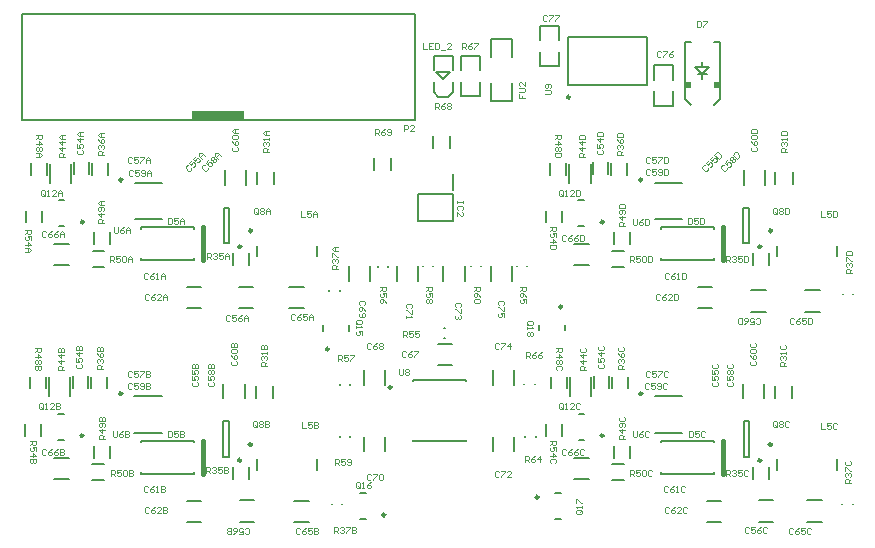
<source format=gto>
G04*
G04 #@! TF.GenerationSoftware,Altium Limited,Altium Designer,23.4.1 (23)*
G04*
G04 Layer_Color=65535*
%FSLAX44Y44*%
%MOMM*%
G71*
G04*
G04 #@! TF.SameCoordinates,D2C56FB1-3194-4FD5-B733-79DB95D4BDB6*
G04*
G04*
G04 #@! TF.FilePolarity,Positive*
G04*
G01*
G75*
%ADD10C,0.2500*%
%ADD11C,0.2000*%
%ADD12C,0.4000*%
%ADD13C,0.2032*%
%ADD14C,0.0762*%
%ADD15R,0.6000X0.6000*%
%ADD16R,4.5000X0.8000*%
D10*
X1754744Y471416D02*
G03*
X1754744Y471416I-1250J0D01*
G01*
X1537302Y368674D02*
G03*
X1537302Y368674I-1250J0D01*
G01*
X1693672Y722360D02*
G03*
X1693672Y722360I-1250J0D01*
G01*
X1489556Y509046D02*
G03*
X1489556Y509046I-1250J0D01*
G01*
X1686928Y544896D02*
G03*
X1686928Y544896I-1250J0D01*
G01*
X1722084Y435742D02*
G03*
X1722084Y435742I-1250J0D01*
G01*
X1855538Y414828D02*
G03*
X1855538Y414828I-1250J0D01*
G01*
X1864596Y428238D02*
G03*
X1864596Y428238I-1250J0D01*
G01*
X1314362Y471416D02*
G03*
X1314362Y471416I-1250J0D01*
G01*
X1281702Y435742D02*
G03*
X1281702Y435742I-1250J0D01*
G01*
X1415156Y414828D02*
G03*
X1415156Y414828I-1250J0D01*
G01*
X1424214Y428238D02*
G03*
X1424214Y428238I-1250J0D01*
G01*
X1314550Y652373D02*
G03*
X1314550Y652373I-1250J0D01*
G01*
X1281890Y616699D02*
G03*
X1281890Y616699I-1250J0D01*
G01*
X1415344Y595785D02*
G03*
X1415344Y595785I-1250J0D01*
G01*
X1424402Y609195D02*
G03*
X1424402Y609195I-1250J0D01*
G01*
X1542622Y476596D02*
G03*
X1542622Y476596I-1250J0D01*
G01*
X1754726Y652373D02*
G03*
X1754726Y652373I-1250J0D01*
G01*
X1722066Y616699D02*
G03*
X1722066Y616699I-1250J0D01*
G01*
X1855520Y595785D02*
G03*
X1855520Y595785I-1250J0D01*
G01*
X1864578Y609195D02*
G03*
X1864578Y609195I-1250J0D01*
G01*
X1667012Y383674D02*
G03*
X1667012Y383674I-1250J0D01*
G01*
D11*
X1853298Y362868D02*
X1865798D01*
X1853298Y380868D02*
X1865798D01*
X1765244Y468916D02*
X1788244D01*
X1765244Y437916D02*
X1788244D01*
X1236394Y475774D02*
Y485774D01*
X1249894Y475774D02*
Y485774D01*
X1516052Y387174D02*
X1520552D01*
X1516052Y365174D02*
X1520552D01*
X1286258Y657231D02*
Y667231D01*
X1273558Y657231D02*
Y667231D01*
X1302152Y656731D02*
Y666731D01*
X1288652Y656731D02*
Y666731D01*
X1498530Y558417D02*
Y558917D01*
X1489530Y558417D02*
Y558917D01*
X1894446Y362868D02*
X1906946D01*
X1894446Y380868D02*
X1906946D01*
X1668654Y782556D02*
X1684654D01*
X1668654Y770556D02*
Y782556D01*
X1684654Y770556D02*
Y782556D01*
Y748556D02*
Y760556D01*
X1668654Y748556D02*
Y760556D01*
Y748556D02*
X1684654D01*
X1413104Y543825D02*
X1425604D01*
X1413104Y561825D02*
X1425604D01*
X1542426Y660480D02*
X1542426Y670480D01*
X1527926D02*
X1527926Y660480D01*
X1539930Y578616D02*
Y579116D01*
X1530930Y578616D02*
Y579116D01*
X1524618Y566774D02*
Y579274D01*
X1506618Y566774D02*
Y579274D01*
X1765174Y749188D02*
X1781174D01*
X1781174Y737188D02*
X1781174Y749188D01*
X1765174D02*
X1765174Y737188D01*
Y715188D02*
Y727188D01*
X1781174Y715188D02*
Y727188D01*
X1765174Y715188D02*
X1781174D01*
X1691922Y732610D02*
X1758922D01*
X1691922Y773610D02*
X1758922D01*
X1691922Y732610D02*
Y773610D01*
X1758922Y732610D02*
Y773610D01*
X1815686Y768982D02*
X1820686D01*
X1790686D02*
X1795686D01*
X1815686Y715982D02*
X1820686Y720982D01*
Y768982D01*
X1790686Y720982D02*
X1795686Y715982D01*
X1790686Y720982D02*
Y768982D01*
X1805686Y741982D02*
X1811686Y747982D01*
X1799686D02*
X1811686D01*
X1799686D02*
X1805686Y741982D01*
X1801686Y741982D02*
X1809686D01*
X1805686Y737982D02*
Y741982D01*
Y747982D02*
Y751982D01*
X1578030Y579250D02*
Y579750D01*
X1569030Y579250D02*
Y579750D01*
X1564750Y566774D02*
Y579274D01*
X1546750Y566774D02*
Y579274D01*
X1604374Y566774D02*
Y579274D01*
X1586374Y566774D02*
Y579274D01*
X1618670Y579250D02*
Y579750D01*
X1609670Y579250D02*
Y579750D01*
X1657532Y579250D02*
Y579750D01*
X1648532Y579250D02*
Y579750D01*
X1644506Y566774D02*
Y579274D01*
X1626506Y566774D02*
Y579274D01*
X1587250Y527232D02*
X1587750D01*
X1587250Y518232D02*
X1587750D01*
X1581504Y513698D02*
X1594004D01*
X1581504Y495698D02*
X1594004D01*
X1484806Y524546D02*
Y529046D01*
X1506806Y524546D02*
Y529046D01*
X1689178Y524896D02*
Y529396D01*
X1667178Y524896D02*
Y529396D01*
X1686466Y435274D02*
Y445274D01*
X1672966Y435274D02*
Y445274D01*
X1729580Y411384D02*
X1739580D01*
X1729580Y397884D02*
X1739580D01*
X1730878Y416986D02*
Y426986D01*
X1744378Y416986D02*
Y426986D01*
X1691292Y475774D02*
Y485774D01*
X1677792Y475774D02*
Y485774D01*
X1693830Y469024D02*
Y485024D01*
X1711830Y469024D02*
Y485024D01*
X1923882Y377460D02*
Y377960D01*
X1932882Y377460D02*
Y377960D01*
X1729354Y475774D02*
Y485774D01*
X1742854Y475774D02*
Y485774D01*
X1848412Y399368D02*
Y409368D01*
X1861912Y399368D02*
Y409368D01*
X1867030Y467960D02*
Y477960D01*
X1881530Y467960D02*
Y477960D01*
X1700834Y432242D02*
X1705334D01*
X1700834Y454242D02*
X1705334D01*
X1840538Y447828D02*
X1845538D01*
X1840538Y417828D02*
X1845538D01*
X1840538D02*
Y447828D01*
X1845538Y417828D02*
Y447828D01*
X1919846Y406738D02*
Y415738D01*
X1868846Y406738D02*
Y415738D01*
X1815772Y403588D02*
Y405188D01*
X1770772Y403588D02*
Y405188D01*
X1815772Y429988D02*
Y431588D01*
X1770772Y429988D02*
Y431588D01*
Y403588D02*
X1815772D01*
X1770772Y431588D02*
X1815772D01*
X1697342Y416936D02*
X1709842D01*
X1697342Y398936D02*
X1709842D01*
X1809856Y362614D02*
X1821356D01*
X1809856Y380614D02*
X1821356D01*
X1857880Y467218D02*
Y479718D01*
X1839880Y467218D02*
Y479718D01*
X1714260Y476274D02*
Y486274D01*
X1726960Y476274D02*
Y486274D01*
X1324862Y437916D02*
X1347862D01*
X1324862Y468916D02*
X1347862D01*
X1246084Y435274D02*
Y445274D01*
X1232584Y435274D02*
Y445274D01*
X1289198Y411384D02*
X1299198D01*
X1289198Y397884D02*
X1299198D01*
X1290496Y416986D02*
Y426986D01*
X1303996Y416986D02*
Y426986D01*
X1252432Y469024D02*
Y485024D01*
X1270432Y469024D02*
Y485024D01*
X1491882Y377460D02*
Y377960D01*
X1500882Y377460D02*
Y377960D01*
X1287956Y475774D02*
Y485774D01*
X1301456Y475774D02*
Y485774D01*
X1408030Y399368D02*
Y409368D01*
X1421530Y399368D02*
Y409368D01*
X1427410Y467960D02*
Y477960D01*
X1441910Y467960D02*
Y477960D01*
X1260452Y432242D02*
X1264952D01*
X1260452Y454242D02*
X1264952D01*
X1400156Y447828D02*
X1405156D01*
X1400156Y417828D02*
X1405156D01*
X1400156D02*
Y447828D01*
X1405156Y417828D02*
Y447828D01*
X1479464Y406738D02*
Y415738D01*
X1428464Y406738D02*
Y415738D01*
X1375390Y403588D02*
Y405188D01*
X1330390Y403588D02*
Y405188D01*
X1375390Y429988D02*
Y431588D01*
X1330390Y429988D02*
Y431588D01*
Y403588D02*
X1375390D01*
X1330390Y431588D02*
X1375390D01*
X1256960Y416936D02*
X1269460D01*
X1256960Y398936D02*
X1269460D01*
X1459906Y380614D02*
X1472406D01*
X1459906Y362614D02*
X1472406D01*
X1369474Y362614D02*
X1380974D01*
X1369474Y380614D02*
X1380974D01*
X1418260Y467218D02*
Y479718D01*
X1400260Y467218D02*
Y479718D01*
X1413932Y380868D02*
X1426432D01*
X1413932Y362868D02*
X1426432D01*
X1272862Y476274D02*
Y486274D01*
X1285562Y476274D02*
Y486274D01*
X1325050Y618873D02*
X1348050D01*
X1325050Y649873D02*
X1348050D01*
X1246272Y616231D02*
Y626231D01*
X1232772Y616231D02*
Y626231D01*
X1289386Y592341D02*
X1299386D01*
X1289386Y578841D02*
X1299386D01*
X1290684Y597943D02*
Y607943D01*
X1304184Y597943D02*
Y607943D01*
X1250590Y656731D02*
Y666731D01*
X1237090Y656731D02*
Y666731D01*
X1253128Y649981D02*
Y665981D01*
X1271128Y649981D02*
Y665981D01*
X1408218Y580325D02*
Y590325D01*
X1421718Y580325D02*
Y590325D01*
X1428868Y648917D02*
Y658917D01*
X1443368Y648917D02*
Y658917D01*
X1260640Y613199D02*
X1265140D01*
X1260640Y635199D02*
X1265140D01*
X1400344Y628785D02*
X1405344D01*
X1400344Y598785D02*
X1405344D01*
X1400344D02*
Y628785D01*
X1405344Y598785D02*
Y628785D01*
X1479652Y587695D02*
Y596695D01*
X1428652Y587695D02*
Y596695D01*
X1375578Y584545D02*
Y586145D01*
X1330578Y584545D02*
Y586145D01*
X1375578Y610945D02*
Y612545D01*
X1330578Y610945D02*
Y612545D01*
Y584545D02*
X1375578D01*
X1330578Y612545D02*
X1375578D01*
X1257148Y597893D02*
X1269648D01*
X1257148Y579893D02*
X1269648D01*
X1456030Y561825D02*
X1468530D01*
X1456030Y543825D02*
X1468530D01*
X1369662Y543571D02*
X1381162D01*
X1369662Y561571D02*
X1381162D01*
X1419210Y648175D02*
Y660675D01*
X1401210Y648175D02*
Y660675D01*
X1560622Y482596D02*
X1605622D01*
Y431596D02*
Y432096D01*
Y482096D02*
Y482596D01*
X1560622Y431596D02*
X1605622D01*
X1560622Y432096D02*
X1560622Y431596D01*
X1560622Y482096D02*
Y482596D01*
X1892396Y558777D02*
X1904896D01*
X1892396Y540777D02*
X1904896D01*
X1765226Y618873D02*
X1788226D01*
X1765226Y649873D02*
X1788226D01*
X1686448Y616231D02*
Y626231D01*
X1672948Y616231D02*
Y626231D01*
X1729562Y592341D02*
X1739562D01*
X1729562Y578841D02*
X1739562D01*
X1730860Y597943D02*
Y607943D01*
X1744360Y597943D02*
Y607943D01*
X1690512Y656731D02*
Y666731D01*
X1677012Y656731D02*
Y666731D01*
X1693050Y649981D02*
Y665981D01*
X1711050Y649981D02*
Y665981D01*
X1924372Y555369D02*
Y555869D01*
X1933372Y555369D02*
Y555869D01*
X1728574Y656731D02*
Y666731D01*
X1742074Y656731D02*
Y666731D01*
X1848394Y580325D02*
Y590325D01*
X1861894Y580325D02*
Y590325D01*
X1867520Y648917D02*
X1867520Y658917D01*
X1882020D02*
X1882020Y648917D01*
X1700816Y613199D02*
X1705316D01*
X1700816Y635199D02*
X1705316D01*
X1840520Y628785D02*
X1845520Y628785D01*
X1840520Y598785D02*
X1845520Y598785D01*
X1840520Y598785D02*
Y628785D01*
X1845520Y598785D02*
Y628785D01*
X1919828Y587695D02*
Y596695D01*
X1868828Y587695D02*
Y596695D01*
X1815754Y584545D02*
Y586145D01*
X1770754Y584545D02*
Y586145D01*
X1815754Y610945D02*
Y612545D01*
X1770754Y610945D02*
Y612545D01*
Y584545D02*
X1815754D01*
X1770754Y612545D02*
X1815754D01*
X1697324Y597893D02*
X1709824D01*
X1697324Y579893D02*
X1709824D01*
X1802218Y543571D02*
X1813718D01*
X1802218Y561571D02*
X1813718D01*
X1858624Y648175D02*
Y660675D01*
X1840624Y648175D02*
Y660675D01*
X1846930Y558777D02*
X1859430D01*
X1846930Y540777D02*
X1859430D01*
X1713480Y657231D02*
Y667231D01*
X1726180Y657231D02*
Y667231D01*
X1601090Y757156D02*
X1617090D01*
Y745156D02*
Y757156D01*
X1601090Y745156D02*
Y757156D01*
X1601090Y723156D02*
X1601090Y735156D01*
X1617090D02*
X1617090Y723156D01*
X1601090D02*
X1617090D01*
X1590230Y722410D02*
X1594230Y726410D01*
X1582230Y722410D02*
X1590230D01*
X1578230Y726410D02*
X1582230Y722410D01*
X1578230Y757410D02*
X1594230D01*
X1578230D02*
X1578230Y745410D01*
X1594230D02*
X1594230Y757410D01*
X1594230Y726410D02*
Y735410D01*
X1578230Y726410D02*
Y735410D01*
X1586230Y737410D02*
X1592230Y743410D01*
X1580230D02*
X1592230D01*
X1580230D02*
X1586230Y737410D01*
X1498672Y434598D02*
Y435098D01*
X1507672Y434598D02*
Y435098D01*
Y478794D02*
Y479294D01*
X1498672Y478794D02*
Y479294D01*
X1594880Y643650D02*
Y657650D01*
X1564880Y640150D02*
X1594880D01*
X1564880Y617150D02*
Y640150D01*
Y617150D02*
X1594880D01*
Y640150D01*
X1562284Y793030D02*
X1562284Y703030D01*
X1229684Y793030D02*
X1562284D01*
X1229684Y703030D02*
X1562284D01*
X1229684D02*
X1229684Y793030D01*
X1519064Y478890D02*
Y491390D01*
X1537064Y478890D02*
Y491390D01*
Y422502D02*
Y435002D01*
X1519064Y422502D02*
Y435002D01*
X1681262Y365174D02*
X1685762D01*
X1681262Y387174D02*
X1685762D01*
X1646284Y422502D02*
Y435002D01*
X1628284Y422502D02*
Y435002D01*
X1664644Y434598D02*
Y435098D01*
X1655644Y434598D02*
Y435098D01*
X1628538Y478890D02*
Y491390D01*
X1646538Y478890D02*
Y491390D01*
X1654628Y479048D02*
Y479548D01*
X1663628Y479048D02*
Y479548D01*
X1577710Y679048D02*
Y689048D01*
X1592210Y679048D02*
Y689048D01*
D12*
X1822872Y403638D02*
Y431538D01*
X1382490Y403638D02*
Y431538D01*
X1382678Y584595D02*
Y612495D01*
X1822854Y584595D02*
Y612495D01*
D13*
X1626870Y719201D02*
X1644650D01*
X1626870Y771271D02*
X1644650D01*
Y719201D02*
Y734441D01*
X1626870Y719201D02*
Y734441D01*
Y756031D02*
Y771271D01*
X1644650Y756031D02*
Y771271D01*
D14*
X1777716Y572806D02*
X1776870Y573652D01*
X1775177D01*
X1774331Y572806D01*
Y569420D01*
X1775177Y568574D01*
X1776870D01*
X1777716Y569420D01*
X1782795Y573652D02*
X1781102Y572806D01*
X1779409Y571113D01*
Y569420D01*
X1780256Y568574D01*
X1781948D01*
X1782795Y569420D01*
Y570267D01*
X1781948Y571113D01*
X1779409D01*
X1784488Y568574D02*
X1786180D01*
X1785334D01*
Y573652D01*
X1784488Y572806D01*
X1788719Y573652D02*
Y568574D01*
X1791259D01*
X1792105Y569420D01*
Y572806D01*
X1791259Y573652D01*
X1788719D01*
X1808174Y664774D02*
X1806977D01*
X1805780Y663577D01*
X1805780Y662380D01*
X1808174Y659986D01*
X1809371D01*
X1810567Y661183D01*
X1810567Y662380D01*
X1811166Y668963D02*
X1808772Y666569D01*
X1810567Y664774D01*
X1811166Y666569D01*
X1811765Y667168D01*
X1812961D01*
X1814158Y665971D01*
Y664774D01*
X1812961Y663577D01*
X1811765D01*
X1814757Y672554D02*
X1812363Y670160D01*
X1814158Y668364D01*
X1814757Y670160D01*
X1815356Y670759D01*
X1816552D01*
X1817749Y669561D01*
X1817749Y668364D01*
X1816552Y667168D01*
X1815355D01*
X1815954Y673751D02*
X1819545Y670160D01*
X1821340Y671955D01*
Y673152D01*
X1818946Y675546D01*
X1817749D01*
X1815954Y673751D01*
X1844973Y357293D02*
X1844127Y358139D01*
X1842434D01*
X1841588Y357293D01*
Y353907D01*
X1842434Y353061D01*
X1844127D01*
X1844973Y353907D01*
X1850052Y358139D02*
X1846666D01*
Y355600D01*
X1848359Y356446D01*
X1849205D01*
X1850052Y355600D01*
Y353907D01*
X1849205Y353061D01*
X1847513D01*
X1846666Y353907D01*
X1855130Y358139D02*
X1853437Y357293D01*
X1851744Y355600D01*
Y353907D01*
X1852591Y353061D01*
X1854284D01*
X1855130Y353907D01*
Y354754D01*
X1854284Y355600D01*
X1851744D01*
X1860208Y357293D02*
X1859362Y358139D01*
X1857669D01*
X1856823Y357293D01*
Y353907D01*
X1857669Y353061D01*
X1859362D01*
X1860208Y353907D01*
X1747113Y439685D02*
Y435453D01*
X1747959Y434607D01*
X1749652D01*
X1750498Y435453D01*
Y439685D01*
X1755577D02*
X1753884Y438839D01*
X1752191Y437146D01*
Y435453D01*
X1753038Y434607D01*
X1754730D01*
X1755577Y435453D01*
Y436300D01*
X1754730Y437146D01*
X1752191D01*
X1760655Y438839D02*
X1759809Y439685D01*
X1758116D01*
X1757270Y438839D01*
Y435453D01*
X1758116Y434607D01*
X1759809D01*
X1760655Y435453D01*
X1658451Y529202D02*
X1661837D01*
X1662683Y530049D01*
Y531741D01*
X1661837Y532588D01*
X1658451D01*
X1657605Y531741D01*
Y530049D01*
X1659298Y530895D02*
X1657605Y529202D01*
Y530049D02*
X1658451Y529202D01*
X1657605Y527510D02*
Y525817D01*
Y526663D01*
X1662683D01*
X1661837Y527510D01*
Y523278D02*
X1662683Y522431D01*
Y520738D01*
X1661837Y519892D01*
X1660990D01*
X1660144Y520738D01*
X1659298Y519892D01*
X1658451D01*
X1657605Y520738D01*
Y522431D01*
X1658451Y523278D01*
X1659298D01*
X1660144Y522431D01*
X1660990Y523278D01*
X1661837D01*
X1660144Y522431D02*
Y520738D01*
X1672212Y724871D02*
X1676444D01*
X1677291Y725717D01*
Y727410D01*
X1676444Y728257D01*
X1672212D01*
X1676444Y729949D02*
X1677291Y730796D01*
Y732488D01*
X1676444Y733335D01*
X1673059D01*
X1672212Y732488D01*
Y730796D01*
X1673059Y729949D01*
X1673905D01*
X1674751Y730796D01*
Y733335D01*
X1548978Y491743D02*
Y487511D01*
X1549825Y486665D01*
X1551517D01*
X1552364Y487511D01*
Y491743D01*
X1554056Y490897D02*
X1554903Y491743D01*
X1556596D01*
X1557442Y490897D01*
Y490050D01*
X1556596Y489204D01*
X1557442Y488358D01*
Y487511D01*
X1556596Y486665D01*
X1554903D01*
X1554056Y487511D01*
Y488358D01*
X1554903Y489204D01*
X1554056Y490050D01*
Y490897D01*
X1554903Y489204D02*
X1556596D01*
X1747353Y618743D02*
Y614511D01*
X1748199Y613665D01*
X1749892D01*
X1750738Y614511D01*
Y618743D01*
X1755817D02*
X1754124Y617897D01*
X1752431Y616204D01*
Y614511D01*
X1753278Y613665D01*
X1754970D01*
X1755817Y614511D01*
Y615358D01*
X1754970Y616204D01*
X1752431D01*
X1757510Y618743D02*
Y613665D01*
X1760049D01*
X1760895Y614511D01*
Y617897D01*
X1760049Y618743D01*
X1757510D01*
X1306731Y439685D02*
Y435453D01*
X1307577Y434607D01*
X1309270D01*
X1310116Y435453D01*
Y439685D01*
X1315195D02*
X1313502Y438839D01*
X1311809Y437146D01*
Y435453D01*
X1312656Y434607D01*
X1314348D01*
X1315195Y435453D01*
Y436300D01*
X1314348Y437146D01*
X1311809D01*
X1316888Y439685D02*
Y434607D01*
X1319427D01*
X1320273Y435453D01*
Y436300D01*
X1319427Y437146D01*
X1316888D01*
X1319427D01*
X1320273Y437992D01*
Y438839D01*
X1319427Y439685D01*
X1316888D01*
X1307679Y612393D02*
Y608161D01*
X1308525Y607315D01*
X1310218D01*
X1311064Y608161D01*
Y612393D01*
X1316143D02*
X1314450Y611547D01*
X1312757Y609854D01*
Y608161D01*
X1313604Y607315D01*
X1315296D01*
X1316143Y608161D01*
Y609008D01*
X1315296Y609854D01*
X1312757D01*
X1317836Y607315D02*
Y610700D01*
X1319528Y612393D01*
X1321221Y610700D01*
Y607315D01*
Y609854D01*
X1317836D01*
X1528913Y689865D02*
Y694943D01*
X1531452D01*
X1532298Y694097D01*
Y692404D01*
X1531452Y691558D01*
X1528913D01*
X1530606D02*
X1532298Y689865D01*
X1537377Y694943D02*
X1535684Y694097D01*
X1533991Y692404D01*
Y690711D01*
X1534838Y689865D01*
X1536530D01*
X1537377Y690711D01*
Y691558D01*
X1536530Y692404D01*
X1533991D01*
X1539070Y690711D02*
X1539916Y689865D01*
X1541609D01*
X1542455Y690711D01*
Y694097D01*
X1541609Y694943D01*
X1539916D01*
X1539070Y694097D01*
Y693250D01*
X1539916Y692404D01*
X1542455D01*
X1579459Y711989D02*
Y717067D01*
X1581998D01*
X1582844Y716221D01*
Y714528D01*
X1581998Y713682D01*
X1579459D01*
X1581152D02*
X1582844Y711989D01*
X1587923Y717067D02*
X1586230Y716221D01*
X1584537Y714528D01*
Y712835D01*
X1585384Y711989D01*
X1587076D01*
X1587923Y712835D01*
Y713682D01*
X1587076Y714528D01*
X1584537D01*
X1589616Y716221D02*
X1590462Y717067D01*
X1592155D01*
X1593001Y716221D01*
Y715374D01*
X1592155Y714528D01*
X1593001Y713682D01*
Y712835D01*
X1592155Y711989D01*
X1590462D01*
X1589616Y712835D01*
Y713682D01*
X1590462Y714528D01*
X1589616Y715374D01*
Y716221D01*
X1590462Y714528D02*
X1592155D01*
X1601811Y762763D02*
Y767841D01*
X1604350D01*
X1605196Y766995D01*
Y765302D01*
X1604350Y764456D01*
X1601811D01*
X1603504D02*
X1605196Y762763D01*
X1610275Y767841D02*
X1608582Y766995D01*
X1606889Y765302D01*
Y763609D01*
X1607736Y762763D01*
X1609428D01*
X1610275Y763609D01*
Y764456D01*
X1609428Y765302D01*
X1606889D01*
X1611968Y767841D02*
X1615353D01*
Y766995D01*
X1611968Y763609D01*
Y762763D01*
X1656802Y501524D02*
Y506602D01*
X1659341D01*
X1660187Y505756D01*
Y504063D01*
X1659341Y503217D01*
X1656802D01*
X1658495D02*
X1660187Y501524D01*
X1665266Y506602D02*
X1663573Y505756D01*
X1661880Y504063D01*
Y502370D01*
X1662727Y501524D01*
X1664419D01*
X1665266Y502370D01*
Y503217D01*
X1664419Y504063D01*
X1661880D01*
X1670344Y506602D02*
X1668651Y505756D01*
X1666959Y504063D01*
Y502370D01*
X1667805Y501524D01*
X1669498D01*
X1670344Y502370D01*
Y503217D01*
X1669498Y504063D01*
X1666959D01*
X1651001Y561379D02*
X1656079D01*
Y558840D01*
X1655233Y557994D01*
X1653540D01*
X1652694Y558840D01*
Y561379D01*
Y559686D02*
X1651001Y557994D01*
X1656079Y552915D02*
X1655233Y554608D01*
X1653540Y556301D01*
X1651847D01*
X1651001Y555454D01*
Y553762D01*
X1651847Y552915D01*
X1652694D01*
X1653540Y553762D01*
Y556301D01*
X1656079Y547837D02*
Y551222D01*
X1653540D01*
X1654386Y549530D01*
Y548683D01*
X1653540Y547837D01*
X1651847D01*
X1651001Y548683D01*
Y550376D01*
X1651847Y551222D01*
X1655151Y413513D02*
Y418591D01*
X1657690D01*
X1658536Y417745D01*
Y416052D01*
X1657690Y415206D01*
X1655151D01*
X1656844D02*
X1658536Y413513D01*
X1663615Y418591D02*
X1661922Y417745D01*
X1660229Y416052D01*
Y414359D01*
X1661076Y413513D01*
X1662768D01*
X1663615Y414359D01*
Y415206D01*
X1662768Y416052D01*
X1660229D01*
X1667847Y413513D02*
Y418591D01*
X1665308Y416052D01*
X1668693D01*
X1612393Y561507D02*
X1617471D01*
Y558968D01*
X1616625Y558121D01*
X1614932D01*
X1614086Y558968D01*
Y561507D01*
Y559814D02*
X1612393Y558121D01*
X1617471Y553043D02*
X1616625Y554736D01*
X1614932Y556429D01*
X1613239D01*
X1612393Y555582D01*
Y553890D01*
X1613239Y553043D01*
X1614086D01*
X1614932Y553890D01*
Y556429D01*
X1616625Y551350D02*
X1617471Y550504D01*
Y548811D01*
X1616625Y547965D01*
X1613239D01*
X1612393Y548811D01*
Y550504D01*
X1613239Y551350D01*
X1616625D01*
X1494369Y411227D02*
Y416305D01*
X1496908D01*
X1497754Y415459D01*
Y413766D01*
X1496908Y412920D01*
X1494369D01*
X1496062D02*
X1497754Y411227D01*
X1502833Y416305D02*
X1499447D01*
Y413766D01*
X1501140Y414612D01*
X1501986D01*
X1502833Y413766D01*
Y412073D01*
X1501986Y411227D01*
X1500294D01*
X1499447Y412073D01*
X1504526D02*
X1505372Y411227D01*
X1507065D01*
X1507911Y412073D01*
Y415459D01*
X1507065Y416305D01*
X1505372D01*
X1504526Y415459D01*
Y414612D01*
X1505372Y413766D01*
X1507911D01*
X1571499Y561761D02*
X1576577D01*
Y559222D01*
X1575731Y558376D01*
X1574038D01*
X1573192Y559222D01*
Y561761D01*
Y560068D02*
X1571499Y558376D01*
X1576577Y553297D02*
Y556683D01*
X1574038D01*
X1574884Y554990D01*
Y554144D01*
X1574038Y553297D01*
X1572345D01*
X1571499Y554144D01*
Y555836D01*
X1572345Y556683D01*
X1575731Y551604D02*
X1576577Y550758D01*
Y549065D01*
X1575731Y548219D01*
X1574884D01*
X1574038Y549065D01*
X1573192Y548219D01*
X1572345D01*
X1571499Y549065D01*
Y550758D01*
X1572345Y551604D01*
X1573192D01*
X1574038Y550758D01*
X1574884Y551604D01*
X1575731D01*
X1574038Y550758D02*
Y549065D01*
X1496909Y498603D02*
Y503681D01*
X1499448D01*
X1500294Y502835D01*
Y501142D01*
X1499448Y500296D01*
X1496909D01*
X1498602D02*
X1500294Y498603D01*
X1505373Y503681D02*
X1501987D01*
Y501142D01*
X1503680Y501988D01*
X1504526D01*
X1505373Y501142D01*
Y499449D01*
X1504526Y498603D01*
X1502834D01*
X1501987Y499449D01*
X1507066Y503681D02*
X1510451D01*
Y502835D01*
X1507066Y499449D01*
Y498603D01*
X1532891Y561253D02*
X1537969D01*
Y558714D01*
X1537123Y557868D01*
X1535430D01*
X1534584Y558714D01*
Y561253D01*
Y559560D02*
X1532891Y557868D01*
X1537969Y552789D02*
Y556175D01*
X1535430D01*
X1536276Y554482D01*
Y553636D01*
X1535430Y552789D01*
X1533737D01*
X1532891Y553636D01*
Y555328D01*
X1533737Y556175D01*
X1537969Y547711D02*
X1537123Y549404D01*
X1535430Y551096D01*
X1533737D01*
X1532891Y550250D01*
Y548557D01*
X1533737Y547711D01*
X1534584D01*
X1535430Y548557D01*
Y551096D01*
X1552281Y519431D02*
Y524509D01*
X1554820D01*
X1555666Y523663D01*
Y521970D01*
X1554820Y521124D01*
X1552281D01*
X1553974D02*
X1555666Y519431D01*
X1560745Y524509D02*
X1557359D01*
Y521970D01*
X1559052Y522816D01*
X1559898D01*
X1560745Y521970D01*
Y520277D01*
X1559898Y519431D01*
X1558206D01*
X1557359Y520277D01*
X1565823Y524509D02*
X1562438D01*
Y521970D01*
X1564130Y522816D01*
X1564977D01*
X1565823Y521970D01*
Y520277D01*
X1564977Y519431D01*
X1563284D01*
X1562438Y520277D01*
X1676651Y612173D02*
X1681729D01*
Y609634D01*
X1680883Y608788D01*
X1679190D01*
X1678344Y609634D01*
Y612173D01*
Y610481D02*
X1676651Y608788D01*
X1681729Y603709D02*
Y607095D01*
X1679190D01*
X1680036Y605402D01*
Y604556D01*
X1679190Y603709D01*
X1677497D01*
X1676651Y604556D01*
Y606249D01*
X1677497Y607095D01*
X1676651Y599478D02*
X1681729D01*
X1679190Y602017D01*
Y598631D01*
X1681729Y596938D02*
X1676651D01*
Y594399D01*
X1677497Y593553D01*
X1680883D01*
X1681729Y594399D01*
Y596938D01*
X1676669Y431216D02*
X1681747D01*
Y428677D01*
X1680901Y427831D01*
X1679208D01*
X1678362Y428677D01*
Y431216D01*
Y429524D02*
X1676669Y427831D01*
X1681747Y422752D02*
Y426138D01*
X1679208D01*
X1680054Y424445D01*
Y423599D01*
X1679208Y422752D01*
X1677515D01*
X1676669Y423599D01*
Y425292D01*
X1677515Y426138D01*
X1676669Y418520D02*
X1681747D01*
X1679208Y421060D01*
Y417674D01*
X1680901Y412596D02*
X1681747Y413442D01*
Y415135D01*
X1680901Y415981D01*
X1677515D01*
X1676669Y415135D01*
Y413442D01*
X1677515Y412596D01*
X1236287Y431216D02*
X1241365D01*
Y428677D01*
X1240519Y427831D01*
X1238826D01*
X1237980Y428677D01*
Y431216D01*
Y429524D02*
X1236287Y427831D01*
X1241365Y422752D02*
Y426138D01*
X1238826D01*
X1239672Y424445D01*
Y423599D01*
X1238826Y422752D01*
X1237133D01*
X1236287Y423599D01*
Y425292D01*
X1237133Y426138D01*
X1236287Y418520D02*
X1241365D01*
X1238826Y421060D01*
Y417674D01*
X1241365Y415981D02*
X1236287D01*
Y413442D01*
X1237133Y412596D01*
X1237980D01*
X1238826Y413442D01*
Y415981D01*
Y413442D01*
X1239672Y412596D01*
X1240519D01*
X1241365Y413442D01*
Y415981D01*
X1232409Y609512D02*
X1237487D01*
Y606973D01*
X1236641Y606127D01*
X1234948D01*
X1234102Y606973D01*
Y609512D01*
Y607820D02*
X1232409Y606127D01*
X1237487Y601048D02*
Y604434D01*
X1234948D01*
X1235794Y602741D01*
Y601895D01*
X1234948Y601048D01*
X1233255D01*
X1232409Y601895D01*
Y603587D01*
X1233255Y604434D01*
X1232409Y596816D02*
X1237487D01*
X1234948Y599356D01*
Y595970D01*
X1232409Y594277D02*
X1235794D01*
X1237487Y592584D01*
X1235794Y590892D01*
X1232409D01*
X1234948D01*
Y594277D01*
X1744302Y582798D02*
Y587876D01*
X1746841D01*
X1747687Y587030D01*
Y585337D01*
X1746841Y584491D01*
X1744302D01*
X1745995D02*
X1747687Y582798D01*
X1752766Y587876D02*
X1749380D01*
Y585337D01*
X1751073Y586184D01*
X1751919D01*
X1752766Y585337D01*
Y583644D01*
X1751919Y582798D01*
X1750226D01*
X1749380Y583644D01*
X1754458Y587030D02*
X1755305Y587876D01*
X1756998D01*
X1757844Y587030D01*
Y583644D01*
X1756998Y582798D01*
X1755305D01*
X1754458Y583644D01*
Y587030D01*
X1759537Y587876D02*
Y582798D01*
X1762076D01*
X1762922Y583644D01*
Y587030D01*
X1762076Y587876D01*
X1759537D01*
X1744320Y401841D02*
Y406919D01*
X1746859D01*
X1747705Y406073D01*
Y404380D01*
X1746859Y403534D01*
X1744320D01*
X1746013D02*
X1747705Y401841D01*
X1752784Y406919D02*
X1749398D01*
Y404380D01*
X1751091Y405226D01*
X1751937D01*
X1752784Y404380D01*
Y402687D01*
X1751937Y401841D01*
X1750244D01*
X1749398Y402687D01*
X1754476Y406073D02*
X1755323Y406919D01*
X1757016D01*
X1757862Y406073D01*
Y402687D01*
X1757016Y401841D01*
X1755323D01*
X1754476Y402687D01*
Y406073D01*
X1762940D02*
X1762094Y406919D01*
X1760401D01*
X1759555Y406073D01*
Y402687D01*
X1760401Y401841D01*
X1762094D01*
X1762940Y402687D01*
X1304632Y401829D02*
Y406907D01*
X1307171D01*
X1308017Y406061D01*
Y404368D01*
X1307171Y403522D01*
X1304632D01*
X1306324D02*
X1308017Y401829D01*
X1313096Y406907D02*
X1309710D01*
Y404368D01*
X1311403Y405214D01*
X1312249D01*
X1313096Y404368D01*
Y402675D01*
X1312249Y401829D01*
X1310556D01*
X1309710Y402675D01*
X1314788Y406061D02*
X1315635Y406907D01*
X1317328D01*
X1318174Y406061D01*
Y402675D01*
X1317328Y401829D01*
X1315635D01*
X1314788Y402675D01*
Y406061D01*
X1319867Y406907D02*
Y401829D01*
X1322406D01*
X1323252Y402675D01*
Y403522D01*
X1322406Y404368D01*
X1319867D01*
X1322406D01*
X1323252Y405214D01*
Y406061D01*
X1322406Y406907D01*
X1319867D01*
X1304126Y582798D02*
Y587876D01*
X1306665D01*
X1307511Y587030D01*
Y585337D01*
X1306665Y584491D01*
X1304126D01*
X1305819D02*
X1307511Y582798D01*
X1312590Y587876D02*
X1309204D01*
Y585337D01*
X1310897Y586184D01*
X1311743D01*
X1312590Y585337D01*
Y583644D01*
X1311743Y582798D01*
X1310051D01*
X1309204Y583644D01*
X1314283Y587030D02*
X1315129Y587876D01*
X1316822D01*
X1317668Y587030D01*
Y583644D01*
X1316822Y582798D01*
X1315129D01*
X1314283Y583644D01*
Y587030D01*
X1319361Y582798D02*
Y586184D01*
X1321054Y587876D01*
X1322746Y586184D01*
Y582798D01*
Y585337D01*
X1319361D01*
X1740149Y613445D02*
X1735071D01*
Y615984D01*
X1735917Y616830D01*
X1737610D01*
X1738456Y615984D01*
Y613445D01*
Y615138D02*
X1740149Y616830D01*
Y621062D02*
X1735071D01*
X1737610Y618523D01*
Y621909D01*
X1739303Y623601D02*
X1740149Y624448D01*
Y626141D01*
X1739303Y626987D01*
X1735917D01*
X1735071Y626141D01*
Y624448D01*
X1735917Y623601D01*
X1736764D01*
X1737610Y624448D01*
Y626987D01*
X1735071Y628680D02*
X1740149D01*
Y631219D01*
X1739303Y632066D01*
X1735917D01*
X1735071Y631219D01*
Y628680D01*
X1740167Y432488D02*
X1735089D01*
Y435027D01*
X1735935Y435873D01*
X1737628D01*
X1738474Y435027D01*
Y432488D01*
Y434180D02*
X1740167Y435873D01*
Y440105D02*
X1735089D01*
X1737628Y437566D01*
Y440952D01*
X1739321Y442644D02*
X1740167Y443491D01*
Y445184D01*
X1739321Y446030D01*
X1735935D01*
X1735089Y445184D01*
Y443491D01*
X1735935Y442644D01*
X1736782D01*
X1737628Y443491D01*
Y446030D01*
X1735935Y451108D02*
X1735089Y450262D01*
Y448569D01*
X1735935Y447723D01*
X1739321D01*
X1740167Y448569D01*
Y450262D01*
X1739321Y451108D01*
X1299785Y432488D02*
X1294707D01*
Y435027D01*
X1295553Y435873D01*
X1297246D01*
X1298092Y435027D01*
Y432488D01*
Y434180D02*
X1299785Y435873D01*
Y440105D02*
X1294707D01*
X1297246Y437566D01*
Y440952D01*
X1298939Y442644D02*
X1299785Y443491D01*
Y445184D01*
X1298939Y446030D01*
X1295553D01*
X1294707Y445184D01*
Y443491D01*
X1295553Y442644D01*
X1296400D01*
X1297246Y443491D01*
Y446030D01*
X1294707Y447723D02*
X1299785D01*
Y450262D01*
X1298939Y451108D01*
X1298092D01*
X1297246Y450262D01*
Y447723D01*
Y450262D01*
X1296400Y451108D01*
X1295553D01*
X1294707Y450262D01*
Y447723D01*
X1299463Y616038D02*
X1294385D01*
Y618577D01*
X1295231Y619423D01*
X1296924D01*
X1297770Y618577D01*
Y616038D01*
Y617730D02*
X1299463Y619423D01*
Y623655D02*
X1294385D01*
X1296924Y621116D01*
Y624502D01*
X1298617Y626194D02*
X1299463Y627041D01*
Y628734D01*
X1298617Y629580D01*
X1295231D01*
X1294385Y628734D01*
Y627041D01*
X1295231Y626194D01*
X1296078D01*
X1296924Y627041D01*
Y629580D01*
X1299463Y631273D02*
X1296078D01*
X1294385Y632966D01*
X1296078Y634658D01*
X1299463D01*
X1296924D01*
Y631273D01*
X1681223Y690599D02*
X1686301D01*
Y688060D01*
X1685455Y687214D01*
X1683762D01*
X1682916Y688060D01*
Y690599D01*
Y688907D02*
X1681223Y687214D01*
Y682982D02*
X1686301D01*
X1683762Y685521D01*
Y682135D01*
X1685455Y680443D02*
X1686301Y679596D01*
Y677904D01*
X1685455Y677057D01*
X1684608D01*
X1683762Y677904D01*
X1682916Y677057D01*
X1682069D01*
X1681223Y677904D01*
Y679596D01*
X1682069Y680443D01*
X1682916D01*
X1683762Y679596D01*
X1684608Y680443D01*
X1685455D01*
X1683762Y679596D02*
Y677904D01*
X1686301Y675364D02*
X1681223D01*
Y672825D01*
X1682069Y671979D01*
X1685455D01*
X1686301Y672825D01*
Y675364D01*
X1682003Y509642D02*
X1687081D01*
Y507103D01*
X1686235Y506257D01*
X1684542D01*
X1683696Y507103D01*
Y509642D01*
Y507949D02*
X1682003Y506257D01*
Y502025D02*
X1687081D01*
X1684542Y504564D01*
Y501178D01*
X1686235Y499486D02*
X1687081Y498639D01*
Y496946D01*
X1686235Y496100D01*
X1685388D01*
X1684542Y496946D01*
X1683696Y496100D01*
X1682849D01*
X1682003Y496946D01*
Y498639D01*
X1682849Y499486D01*
X1683696D01*
X1684542Y498639D01*
X1685388Y499486D01*
X1686235D01*
X1684542Y498639D02*
Y496946D01*
X1686235Y491022D02*
X1687081Y491868D01*
Y493561D01*
X1686235Y494407D01*
X1682849D01*
X1682003Y493561D01*
Y491868D01*
X1682849Y491022D01*
X1240605Y509642D02*
X1245683D01*
Y507103D01*
X1244837Y506257D01*
X1243144D01*
X1242298Y507103D01*
Y509642D01*
Y507949D02*
X1240605Y506257D01*
Y502025D02*
X1245683D01*
X1243144Y504564D01*
Y501178D01*
X1244837Y499486D02*
X1245683Y498639D01*
Y496946D01*
X1244837Y496100D01*
X1243990D01*
X1243144Y496946D01*
X1242298Y496100D01*
X1241451D01*
X1240605Y496946D01*
Y498639D01*
X1241451Y499486D01*
X1242298D01*
X1243144Y498639D01*
X1243990Y499486D01*
X1244837D01*
X1243144Y498639D02*
Y496946D01*
X1245683Y494407D02*
X1240605D01*
Y491868D01*
X1241451Y491022D01*
X1242298D01*
X1243144Y491868D01*
Y494407D01*
Y491868D01*
X1243990Y491022D01*
X1244837D01*
X1245683Y491868D01*
Y494407D01*
X1241301Y690599D02*
X1246379D01*
Y688060D01*
X1245533Y687214D01*
X1243840D01*
X1242994Y688060D01*
Y690599D01*
Y688907D02*
X1241301Y687214D01*
Y682982D02*
X1246379D01*
X1243840Y685521D01*
Y682135D01*
X1245533Y680443D02*
X1246379Y679596D01*
Y677904D01*
X1245533Y677057D01*
X1244687D01*
X1243840Y677904D01*
X1242994Y677057D01*
X1242147D01*
X1241301Y677904D01*
Y679596D01*
X1242147Y680443D01*
X1242994D01*
X1243840Y679596D01*
X1244687Y680443D01*
X1245533D01*
X1243840Y679596D02*
Y677904D01*
X1241301Y675364D02*
X1244687D01*
X1246379Y673672D01*
X1244687Y671979D01*
X1241301D01*
X1243840D01*
Y675364D01*
X1706113Y672039D02*
X1701035D01*
Y674578D01*
X1701881Y675424D01*
X1703574D01*
X1704420Y674578D01*
Y672039D01*
Y673732D02*
X1706113Y675424D01*
Y679656D02*
X1701035D01*
X1703574Y677117D01*
Y680503D01*
X1706113Y684735D02*
X1701035D01*
X1703574Y682196D01*
Y685581D01*
X1701035Y687274D02*
X1706113D01*
Y689813D01*
X1705267Y690659D01*
X1701881D01*
X1701035Y689813D01*
Y687274D01*
X1706893Y491082D02*
X1701815D01*
Y493621D01*
X1702661Y494467D01*
X1704354D01*
X1705200Y493621D01*
Y491082D01*
Y492775D02*
X1706893Y494467D01*
Y498699D02*
X1701815D01*
X1704354Y496160D01*
Y499546D01*
X1706893Y503778D02*
X1701815D01*
X1704354Y501238D01*
Y504624D01*
X1702661Y509702D02*
X1701815Y508856D01*
Y507163D01*
X1702661Y506317D01*
X1706047D01*
X1706893Y507163D01*
Y508856D01*
X1706047Y509702D01*
X1265495Y491082D02*
X1260417D01*
Y493621D01*
X1261263Y494467D01*
X1262956D01*
X1263802Y493621D01*
Y491082D01*
Y492775D02*
X1265495Y494467D01*
Y498699D02*
X1260417D01*
X1262956Y496160D01*
Y499546D01*
X1265495Y503778D02*
X1260417D01*
X1262956Y501238D01*
Y504624D01*
X1260417Y506317D02*
X1265495D01*
Y508856D01*
X1264649Y509702D01*
X1263802D01*
X1262956Y508856D01*
Y506317D01*
Y508856D01*
X1262110Y509702D01*
X1261263D01*
X1260417Y508856D01*
Y506317D01*
X1266191Y672039D02*
X1261113D01*
Y674578D01*
X1261959Y675424D01*
X1263652D01*
X1264499Y674578D01*
Y672039D01*
Y673732D02*
X1266191Y675424D01*
Y679656D02*
X1261113D01*
X1263652Y677117D01*
Y680503D01*
X1266191Y684735D02*
X1261113D01*
X1263652Y682196D01*
Y685581D01*
X1266191Y687274D02*
X1262806D01*
X1261113Y688967D01*
X1262806Y690659D01*
X1266191D01*
X1263652D01*
Y687274D01*
X1932427Y573741D02*
X1927349D01*
Y576280D01*
X1928195Y577126D01*
X1929888D01*
X1930734Y576280D01*
Y573741D01*
Y575434D02*
X1932427Y577126D01*
X1928195Y578819D02*
X1927349Y579666D01*
Y581358D01*
X1928195Y582205D01*
X1929042D01*
X1929888Y581358D01*
Y580512D01*
Y581358D01*
X1930734Y582205D01*
X1931581D01*
X1932427Y581358D01*
Y579666D01*
X1931581Y578819D01*
X1927349Y583898D02*
Y587283D01*
X1928195D01*
X1931581Y583898D01*
X1932427D01*
X1927349Y588976D02*
X1932427D01*
Y591515D01*
X1931581Y592361D01*
X1928195D01*
X1927349Y591515D01*
Y588976D01*
X1931937Y395832D02*
X1926859D01*
Y398371D01*
X1927705Y399217D01*
X1929398D01*
X1930244Y398371D01*
Y395832D01*
Y397524D02*
X1931937Y399217D01*
X1927705Y400910D02*
X1926859Y401757D01*
Y403449D01*
X1927705Y404296D01*
X1928552D01*
X1929398Y403449D01*
Y402603D01*
Y403449D01*
X1930244Y404296D01*
X1931091D01*
X1931937Y403449D01*
Y401757D01*
X1931091Y400910D01*
X1926859Y405988D02*
Y409374D01*
X1927705D01*
X1931091Y405988D01*
X1931937D01*
X1927705Y414452D02*
X1926859Y413606D01*
Y411913D01*
X1927705Y411067D01*
X1931091D01*
X1931937Y411913D01*
Y413606D01*
X1931091Y414452D01*
X1493608Y353569D02*
Y358647D01*
X1496147D01*
X1496993Y357801D01*
Y356108D01*
X1496147Y355262D01*
X1493608D01*
X1495300D02*
X1496993Y353569D01*
X1498686Y357801D02*
X1499532Y358647D01*
X1501225D01*
X1502072Y357801D01*
Y356954D01*
X1501225Y356108D01*
X1500379D01*
X1501225D01*
X1502072Y355262D01*
Y354415D01*
X1501225Y353569D01*
X1499532D01*
X1498686Y354415D01*
X1503764Y358647D02*
X1507150D01*
Y357801D01*
X1503764Y354415D01*
Y353569D01*
X1508843Y358647D02*
Y353569D01*
X1511382D01*
X1512228Y354415D01*
Y355262D01*
X1511382Y356108D01*
X1508843D01*
X1511382D01*
X1512228Y356954D01*
Y357801D01*
X1511382Y358647D01*
X1508843D01*
X1497585Y576789D02*
X1492507D01*
Y579328D01*
X1493353Y580174D01*
X1495046D01*
X1495893Y579328D01*
Y576789D01*
Y578482D02*
X1497585Y580174D01*
X1493353Y581867D02*
X1492507Y582714D01*
Y584406D01*
X1493353Y585253D01*
X1494200D01*
X1495046Y584406D01*
Y583560D01*
Y584406D01*
X1495893Y585253D01*
X1496739D01*
X1497585Y584406D01*
Y582714D01*
X1496739Y581867D01*
X1492507Y586945D02*
Y590331D01*
X1493353D01*
X1496739Y586945D01*
X1497585D01*
Y592024D02*
X1494200D01*
X1492507Y593717D01*
X1494200Y595410D01*
X1497585D01*
X1495046D01*
Y592024D01*
X1738625Y672995D02*
X1733547D01*
Y675534D01*
X1734393Y676380D01*
X1736086D01*
X1736932Y675534D01*
Y672995D01*
Y674688D02*
X1738625Y676380D01*
X1734393Y678073D02*
X1733547Y678920D01*
Y680612D01*
X1734393Y681459D01*
X1735240D01*
X1736086Y680612D01*
Y679766D01*
Y680612D01*
X1736932Y681459D01*
X1737779D01*
X1738625Y680612D01*
Y678920D01*
X1737779Y678073D01*
X1733547Y686537D02*
X1734393Y684844D01*
X1736086Y683151D01*
X1737779D01*
X1738625Y683998D01*
Y685691D01*
X1737779Y686537D01*
X1736932D01*
X1736086Y685691D01*
Y683151D01*
X1733547Y688230D02*
X1738625D01*
Y690769D01*
X1737779Y691615D01*
X1734393D01*
X1733547Y690769D01*
Y688230D01*
X1739405Y492038D02*
X1734327D01*
Y494577D01*
X1735173Y495423D01*
X1736866D01*
X1737712Y494577D01*
Y492038D01*
Y493731D02*
X1739405Y495423D01*
X1735173Y497116D02*
X1734327Y497962D01*
Y499655D01*
X1735173Y500502D01*
X1736020D01*
X1736866Y499655D01*
Y498809D01*
Y499655D01*
X1737712Y500502D01*
X1738559D01*
X1739405Y499655D01*
Y497962D01*
X1738559Y497116D01*
X1734327Y505580D02*
X1735173Y503887D01*
X1736866Y502194D01*
X1738559D01*
X1739405Y503041D01*
Y504734D01*
X1738559Y505580D01*
X1737712D01*
X1736866Y504734D01*
Y502194D01*
X1735173Y510658D02*
X1734327Y509812D01*
Y508119D01*
X1735173Y507273D01*
X1738559D01*
X1739405Y508119D01*
Y509812D01*
X1738559Y510658D01*
X1298007Y492038D02*
X1292929D01*
Y494577D01*
X1293775Y495423D01*
X1295468D01*
X1296314Y494577D01*
Y492038D01*
Y493731D02*
X1298007Y495423D01*
X1293775Y497116D02*
X1292929Y497962D01*
Y499655D01*
X1293775Y500502D01*
X1294622D01*
X1295468Y499655D01*
Y498809D01*
Y499655D01*
X1296314Y500502D01*
X1297161D01*
X1298007Y499655D01*
Y497962D01*
X1297161Y497116D01*
X1292929Y505580D02*
X1293775Y503887D01*
X1295468Y502194D01*
X1297161D01*
X1298007Y503041D01*
Y504734D01*
X1297161Y505580D01*
X1296314D01*
X1295468Y504734D01*
Y502194D01*
X1292929Y507273D02*
X1298007D01*
Y509812D01*
X1297161Y510658D01*
X1296314D01*
X1295468Y509812D01*
Y507273D01*
Y509812D01*
X1294622Y510658D01*
X1293775D01*
X1292929Y509812D01*
Y507273D01*
X1298703Y672995D02*
X1293625D01*
Y675534D01*
X1294471Y676380D01*
X1296164D01*
X1297011Y675534D01*
Y672995D01*
Y674688D02*
X1298703Y676380D01*
X1294471Y678073D02*
X1293625Y678920D01*
Y680612D01*
X1294471Y681459D01*
X1295318D01*
X1296164Y680612D01*
Y679766D01*
Y680612D01*
X1297011Y681459D01*
X1297857D01*
X1298703Y680612D01*
Y678920D01*
X1297857Y678073D01*
X1293625Y686537D02*
X1294471Y684844D01*
X1296164Y683151D01*
X1297857D01*
X1298703Y683998D01*
Y685691D01*
X1297857Y686537D01*
X1297011D01*
X1296164Y685691D01*
Y683151D01*
X1298703Y688230D02*
X1295318D01*
X1293625Y689923D01*
X1295318Y691615D01*
X1298703D01*
X1296164D01*
Y688230D01*
X1826022Y582786D02*
Y587864D01*
X1828561D01*
X1829407Y587018D01*
Y585325D01*
X1828561Y584479D01*
X1826022D01*
X1827715D02*
X1829407Y582786D01*
X1831100Y587018D02*
X1831946Y587864D01*
X1833639D01*
X1834486Y587018D01*
Y586171D01*
X1833639Y585325D01*
X1832793D01*
X1833639D01*
X1834486Y584479D01*
Y583632D01*
X1833639Y582786D01*
X1831946D01*
X1831100Y583632D01*
X1839564Y587864D02*
X1836178D01*
Y585325D01*
X1837871Y586171D01*
X1838718D01*
X1839564Y585325D01*
Y583632D01*
X1838718Y582786D01*
X1837025D01*
X1836178Y583632D01*
X1841257Y587864D02*
Y582786D01*
X1843796D01*
X1844642Y583632D01*
Y587018D01*
X1843796Y587864D01*
X1841257D01*
X1826040Y401829D02*
Y406907D01*
X1828579D01*
X1829425Y406061D01*
Y404368D01*
X1828579Y403522D01*
X1826040D01*
X1827733D02*
X1829425Y401829D01*
X1831118Y406061D02*
X1831964Y406907D01*
X1833657D01*
X1834504Y406061D01*
Y405214D01*
X1833657Y404368D01*
X1832811D01*
X1833657D01*
X1834504Y403522D01*
Y402675D01*
X1833657Y401829D01*
X1831964D01*
X1831118Y402675D01*
X1839582Y406907D02*
X1836196D01*
Y404368D01*
X1837889Y405214D01*
X1838736D01*
X1839582Y404368D01*
Y402675D01*
X1838736Y401829D01*
X1837043D01*
X1836196Y402675D01*
X1844660Y406061D02*
X1843814Y406907D01*
X1842121D01*
X1841275Y406061D01*
Y402675D01*
X1842121Y401829D01*
X1843814D01*
X1844660Y402675D01*
X1385658Y404115D02*
Y409193D01*
X1388197D01*
X1389043Y408347D01*
Y406654D01*
X1388197Y405808D01*
X1385658D01*
X1387350D02*
X1389043Y404115D01*
X1390736Y408347D02*
X1391582Y409193D01*
X1393275D01*
X1394122Y408347D01*
Y407500D01*
X1393275Y406654D01*
X1392429D01*
X1393275D01*
X1394122Y405808D01*
Y404961D01*
X1393275Y404115D01*
X1391582D01*
X1390736Y404961D01*
X1399200Y409193D02*
X1395814D01*
Y406654D01*
X1397507Y407500D01*
X1398354D01*
X1399200Y406654D01*
Y404961D01*
X1398354Y404115D01*
X1396661D01*
X1395814Y404961D01*
X1400893Y409193D02*
Y404115D01*
X1403432D01*
X1404278Y404961D01*
Y405808D01*
X1403432Y406654D01*
X1400893D01*
X1403432D01*
X1404278Y407500D01*
Y408347D01*
X1403432Y409193D01*
X1400893D01*
X1386166Y585217D02*
Y590295D01*
X1388705D01*
X1389551Y589449D01*
Y587756D01*
X1388705Y586910D01*
X1386166D01*
X1387858D02*
X1389551Y585217D01*
X1391244Y589449D02*
X1392090Y590295D01*
X1393783D01*
X1394630Y589449D01*
Y588602D01*
X1393783Y587756D01*
X1392937D01*
X1393783D01*
X1394630Y586910D01*
Y586063D01*
X1393783Y585217D01*
X1392090D01*
X1391244Y586063D01*
X1399708Y590295D02*
X1396322D01*
Y587756D01*
X1398015Y588602D01*
X1398862D01*
X1399708Y587756D01*
Y586063D01*
X1398862Y585217D01*
X1397169D01*
X1396322Y586063D01*
X1401401Y585217D02*
Y588602D01*
X1403094Y590295D01*
X1404786Y588602D01*
Y585217D01*
Y587756D01*
X1401401D01*
X1877055Y675764D02*
X1871977D01*
Y678303D01*
X1872823Y679150D01*
X1874516D01*
X1875362Y678303D01*
Y675764D01*
Y677457D02*
X1877055Y679150D01*
X1872823Y680842D02*
X1871977Y681689D01*
Y683382D01*
X1872823Y684228D01*
X1873670D01*
X1874516Y683382D01*
Y682535D01*
Y683382D01*
X1875362Y684228D01*
X1876209D01*
X1877055Y683382D01*
Y681689D01*
X1876209Y680842D01*
X1877055Y685921D02*
Y687614D01*
Y686767D01*
X1871977D01*
X1872823Y685921D01*
X1871977Y690153D02*
X1877055D01*
Y692692D01*
X1876209Y693538D01*
X1872823D01*
X1871977Y692692D01*
Y690153D01*
X1876565Y494807D02*
X1871487D01*
Y497346D01*
X1872333Y498192D01*
X1874026D01*
X1874872Y497346D01*
Y494807D01*
Y496500D02*
X1876565Y498192D01*
X1872333Y499885D02*
X1871487Y500732D01*
Y502424D01*
X1872333Y503271D01*
X1873180D01*
X1874026Y502424D01*
Y501578D01*
Y502424D01*
X1874872Y503271D01*
X1875719D01*
X1876565Y502424D01*
Y500732D01*
X1875719Y499885D01*
X1876565Y504964D02*
Y506656D01*
Y505810D01*
X1871487D01*
X1872333Y504964D01*
Y512581D02*
X1871487Y511735D01*
Y510042D01*
X1872333Y509196D01*
X1875719D01*
X1876565Y510042D01*
Y511735D01*
X1875719Y512581D01*
X1436945Y494807D02*
X1431867D01*
Y497346D01*
X1432713Y498192D01*
X1434406D01*
X1435252Y497346D01*
Y494807D01*
Y496500D02*
X1436945Y498192D01*
X1432713Y499885D02*
X1431867Y500732D01*
Y502424D01*
X1432713Y503271D01*
X1433560D01*
X1434406Y502424D01*
Y501578D01*
Y502424D01*
X1435252Y503271D01*
X1436099D01*
X1436945Y502424D01*
Y500732D01*
X1436099Y499885D01*
X1436945Y504964D02*
Y506656D01*
Y505810D01*
X1431867D01*
X1432713Y504964D01*
X1431867Y509196D02*
X1436945D01*
Y511735D01*
X1436099Y512581D01*
X1435252D01*
X1434406Y511735D01*
Y509196D01*
Y511735D01*
X1433560Y512581D01*
X1432713D01*
X1431867Y511735D01*
Y509196D01*
X1438403Y675764D02*
X1433325D01*
Y678303D01*
X1434171Y679150D01*
X1435864D01*
X1436711Y678303D01*
Y675764D01*
Y677457D02*
X1438403Y679150D01*
X1434171Y680842D02*
X1433325Y681689D01*
Y683382D01*
X1434171Y684228D01*
X1435018D01*
X1435864Y683382D01*
Y682535D01*
Y683382D01*
X1436711Y684228D01*
X1437557D01*
X1438403Y683382D01*
Y681689D01*
X1437557Y680842D01*
X1438403Y685921D02*
Y687614D01*
Y686767D01*
X1433325D01*
X1434171Y685921D01*
X1438403Y690153D02*
X1435018D01*
X1433325Y691845D01*
X1435018Y693538D01*
X1438403D01*
X1435864D01*
Y690153D01*
X1702731Y372958D02*
X1699345D01*
X1698499Y372111D01*
Y370419D01*
X1699345Y369572D01*
X1702731D01*
X1703577Y370419D01*
Y372111D01*
X1701884Y371265D02*
X1703577Y372958D01*
Y372111D02*
X1702731Y372958D01*
X1703577Y374650D02*
Y376343D01*
Y375497D01*
X1698499D01*
X1699345Y374650D01*
X1698499Y378882D02*
Y382268D01*
X1699345D01*
X1702731Y378882D01*
X1703577D01*
X1515704Y392261D02*
Y395647D01*
X1514857Y396493D01*
X1513165D01*
X1512318Y395647D01*
Y392261D01*
X1513165Y391415D01*
X1514857D01*
X1514011Y393108D02*
X1515704Y391415D01*
X1514857D02*
X1515704Y392261D01*
X1517396Y391415D02*
X1519089D01*
X1518243D01*
Y396493D01*
X1517396Y395647D01*
X1525014Y396493D02*
X1523321Y395647D01*
X1521628Y393954D01*
Y392261D01*
X1522475Y391415D01*
X1524168D01*
X1525014Y392261D01*
Y393108D01*
X1524168Y393954D01*
X1521628D01*
X1513163Y530266D02*
X1516549D01*
X1517395Y531113D01*
Y532805D01*
X1516549Y533652D01*
X1513163D01*
X1512317Y532805D01*
Y531113D01*
X1514010Y531959D02*
X1512317Y530266D01*
Y531113D02*
X1513163Y530266D01*
X1512317Y528574D02*
Y526881D01*
Y527727D01*
X1517395D01*
X1516549Y528574D01*
X1517395Y520956D02*
Y524342D01*
X1514856D01*
X1515702Y522649D01*
Y521802D01*
X1514856Y520956D01*
X1513163D01*
X1512317Y521802D01*
Y523495D01*
X1513163Y524342D01*
X1687912Y639778D02*
Y643164D01*
X1687066Y644010D01*
X1685373D01*
X1684527Y643164D01*
Y639778D01*
X1685373Y638932D01*
X1687066D01*
X1686220Y640625D02*
X1687912Y638932D01*
X1687066D02*
X1687912Y639778D01*
X1689605Y638932D02*
X1691298D01*
X1690452D01*
Y644010D01*
X1689605Y643164D01*
X1697223Y638932D02*
X1693837D01*
X1697223Y642318D01*
Y643164D01*
X1696376Y644010D01*
X1694684D01*
X1693837Y643164D01*
X1698916Y644010D02*
Y638932D01*
X1701455D01*
X1702301Y639778D01*
Y643164D01*
X1701455Y644010D01*
X1698916D01*
X1687930Y458821D02*
Y462207D01*
X1687084Y463053D01*
X1685391D01*
X1684545Y462207D01*
Y458821D01*
X1685391Y457975D01*
X1687084D01*
X1686238Y459668D02*
X1687930Y457975D01*
X1687084D02*
X1687930Y458821D01*
X1689623Y457975D02*
X1691316D01*
X1690470D01*
Y463053D01*
X1689623Y462207D01*
X1697241Y457975D02*
X1693855D01*
X1697241Y461360D01*
Y462207D01*
X1696394Y463053D01*
X1694702D01*
X1693855Y462207D01*
X1702319D02*
X1701473Y463053D01*
X1699780D01*
X1698934Y462207D01*
Y458821D01*
X1699780Y457975D01*
X1701473D01*
X1702319Y458821D01*
X1247549D02*
Y462207D01*
X1246702Y463053D01*
X1245009D01*
X1244163Y462207D01*
Y458821D01*
X1245009Y457975D01*
X1246702D01*
X1245856Y459668D02*
X1247549Y457975D01*
X1246702D02*
X1247549Y458821D01*
X1249241Y457975D02*
X1250934D01*
X1250088D01*
Y463053D01*
X1249241Y462207D01*
X1256859Y457975D02*
X1253473D01*
X1256859Y461360D01*
Y462207D01*
X1256012Y463053D01*
X1254320D01*
X1253473Y462207D01*
X1258552Y463053D02*
Y457975D01*
X1261091D01*
X1261937Y458821D01*
Y459668D01*
X1261091Y460514D01*
X1258552D01*
X1261091D01*
X1261937Y461360D01*
Y462207D01*
X1261091Y463053D01*
X1258552D01*
X1249258Y639403D02*
Y642789D01*
X1248412Y643635D01*
X1246719D01*
X1245873Y642789D01*
Y639403D01*
X1246719Y638557D01*
X1248412D01*
X1247566Y640250D02*
X1249258Y638557D01*
X1248412D02*
X1249258Y639403D01*
X1250951Y638557D02*
X1252644D01*
X1251798D01*
Y643635D01*
X1250951Y642789D01*
X1258569Y638557D02*
X1255183D01*
X1258569Y641942D01*
Y642789D01*
X1257722Y643635D01*
X1256030D01*
X1255183Y642789D01*
X1260262Y638557D02*
Y641942D01*
X1261954Y643635D01*
X1263647Y641942D01*
Y638557D01*
Y641096D01*
X1260262D01*
X1869284Y624526D02*
Y627912D01*
X1868438Y628758D01*
X1866745D01*
X1865899Y627912D01*
Y624526D01*
X1866745Y623680D01*
X1868438D01*
X1867592Y625373D02*
X1869284Y623680D01*
X1868438D02*
X1869284Y624526D01*
X1870977Y627912D02*
X1871824Y628758D01*
X1873516D01*
X1874363Y627912D01*
Y627066D01*
X1873516Y626219D01*
X1874363Y625373D01*
Y624526D01*
X1873516Y623680D01*
X1871824D01*
X1870977Y624526D01*
Y625373D01*
X1871824Y626219D01*
X1870977Y627066D01*
Y627912D01*
X1871824Y626219D02*
X1873516D01*
X1876055Y628758D02*
Y623680D01*
X1878595D01*
X1879441Y624526D01*
Y627912D01*
X1878595Y628758D01*
X1876055D01*
X1869302Y443569D02*
Y446955D01*
X1868456Y447801D01*
X1866763D01*
X1865917Y446955D01*
Y443569D01*
X1866763Y442723D01*
X1868456D01*
X1867610Y444416D02*
X1869302Y442723D01*
X1868456D02*
X1869302Y443569D01*
X1870995Y446955D02*
X1871842Y447801D01*
X1873534D01*
X1874381Y446955D01*
Y446108D01*
X1873534Y445262D01*
X1874381Y444416D01*
Y443569D01*
X1873534Y442723D01*
X1871842D01*
X1870995Y443569D01*
Y444416D01*
X1871842Y445262D01*
X1870995Y446108D01*
Y446955D01*
X1871842Y445262D02*
X1873534D01*
X1879459Y446955D02*
X1878613Y447801D01*
X1876920D01*
X1876073Y446955D01*
Y443569D01*
X1876920Y442723D01*
X1878613D01*
X1879459Y443569D01*
X1428920D02*
Y446955D01*
X1428074Y447801D01*
X1426381D01*
X1425535Y446955D01*
Y443569D01*
X1426381Y442723D01*
X1428074D01*
X1427228Y444416D02*
X1428920Y442723D01*
X1428074D02*
X1428920Y443569D01*
X1430613Y446955D02*
X1431460Y447801D01*
X1433152D01*
X1433999Y446955D01*
Y446108D01*
X1433152Y445262D01*
X1433999Y444416D01*
Y443569D01*
X1433152Y442723D01*
X1431460D01*
X1430613Y443569D01*
Y444416D01*
X1431460Y445262D01*
X1430613Y446108D01*
Y446955D01*
X1431460Y445262D02*
X1433152D01*
X1435692Y447801D02*
Y442723D01*
X1438231D01*
X1439077Y443569D01*
Y444416D01*
X1438231Y445262D01*
X1435692D01*
X1438231D01*
X1439077Y446108D01*
Y446955D01*
X1438231Y447801D01*
X1435692D01*
X1429109Y624526D02*
Y627912D01*
X1428262Y628758D01*
X1426569D01*
X1425723Y627912D01*
Y624526D01*
X1426569Y623680D01*
X1428262D01*
X1427416Y625373D02*
X1429109Y623680D01*
X1428262D02*
X1429109Y624526D01*
X1430801Y627912D02*
X1431648Y628758D01*
X1433341D01*
X1434187Y627912D01*
Y627066D01*
X1433341Y626219D01*
X1434187Y625373D01*
Y624526D01*
X1433341Y623680D01*
X1431648D01*
X1430801Y624526D01*
Y625373D01*
X1431648Y626219D01*
X1430801Y627066D01*
Y627912D01*
X1431648Y626219D02*
X1433341D01*
X1435880Y623680D02*
Y627066D01*
X1437572Y628758D01*
X1439265Y627066D01*
Y623680D01*
Y626219D01*
X1435880D01*
X1553296Y693675D02*
Y698753D01*
X1555835D01*
X1556682Y697907D01*
Y696214D01*
X1555835Y695368D01*
X1553296D01*
X1561760Y693675D02*
X1558374D01*
X1561760Y697060D01*
Y697907D01*
X1560914Y698753D01*
X1559221D01*
X1558374Y697907D01*
X1569046Y768518D02*
Y763440D01*
X1572432D01*
X1577510Y768518D02*
X1574125D01*
Y763440D01*
X1577510D01*
X1574125Y765979D02*
X1575818D01*
X1579203Y768518D02*
Y763440D01*
X1581742D01*
X1582589Y764286D01*
Y767672D01*
X1581742Y768518D01*
X1579203D01*
X1584282Y762594D02*
X1587667D01*
X1592746Y763440D02*
X1589360D01*
X1592746Y766826D01*
Y767672D01*
X1591899Y768518D01*
X1590206D01*
X1589360Y767672D01*
X1906353Y626230D02*
Y621152D01*
X1909738D01*
X1914817Y626230D02*
X1911431D01*
Y623691D01*
X1913124Y624538D01*
X1913970D01*
X1914817Y623691D01*
Y621998D01*
X1913970Y621152D01*
X1912278D01*
X1911431Y621998D01*
X1916510Y626230D02*
Y621152D01*
X1919049D01*
X1919895Y621998D01*
Y625384D01*
X1919049Y626230D01*
X1916510D01*
X1906357Y446531D02*
Y441453D01*
X1909742D01*
X1914821Y446531D02*
X1911435D01*
Y443992D01*
X1913128Y444838D01*
X1913974D01*
X1914821Y443992D01*
Y442299D01*
X1913974Y441453D01*
X1912282D01*
X1911435Y442299D01*
X1919899Y445685D02*
X1919053Y446531D01*
X1917360D01*
X1916514Y445685D01*
Y442299D01*
X1917360Y441453D01*
X1919053D01*
X1919899Y442299D01*
X1466683Y447293D02*
Y442215D01*
X1470068D01*
X1475147Y447293D02*
X1471761D01*
Y444754D01*
X1473454Y445600D01*
X1474300D01*
X1475147Y444754D01*
Y443061D01*
X1474300Y442215D01*
X1472608D01*
X1471761Y443061D01*
X1476840Y447293D02*
Y442215D01*
X1479379D01*
X1480225Y443061D01*
Y443908D01*
X1479379Y444754D01*
X1476840D01*
X1479379D01*
X1480225Y445600D01*
Y446447D01*
X1479379Y447293D01*
X1476840D01*
X1466177Y626230D02*
Y621152D01*
X1469563D01*
X1474641Y626230D02*
X1471255D01*
Y623691D01*
X1472948Y624538D01*
X1473795D01*
X1474641Y623691D01*
Y621998D01*
X1473795Y621152D01*
X1472102D01*
X1471255Y621998D01*
X1476334Y621152D02*
Y624538D01*
X1478026Y626230D01*
X1479719Y624538D01*
Y621152D01*
Y623691D01*
X1476334D01*
X1602993Y634236D02*
Y632543D01*
Y633390D01*
X1597915D01*
Y634236D01*
Y632543D01*
X1602147Y626618D02*
X1602993Y627465D01*
Y629158D01*
X1602147Y630004D01*
X1598761D01*
X1597915Y629158D01*
Y627465D01*
X1598761Y626618D01*
X1597915Y621540D02*
Y624926D01*
X1601300Y621540D01*
X1602147D01*
X1602993Y622386D01*
Y624079D01*
X1602147Y624926D01*
X1650747Y724832D02*
Y721447D01*
X1653286D01*
Y723140D01*
Y721447D01*
X1655825D01*
X1650747Y726525D02*
X1654979D01*
X1655825Y727372D01*
Y729064D01*
X1654979Y729911D01*
X1650747D01*
X1655825Y734989D02*
Y731604D01*
X1652440Y734989D01*
X1651593D01*
X1650747Y734143D01*
Y732450D01*
X1651593Y731604D01*
X1801454Y786637D02*
Y781559D01*
X1803993D01*
X1804840Y782405D01*
Y785791D01*
X1803993Y786637D01*
X1801454D01*
X1806532D02*
X1809918D01*
Y785791D01*
X1806532Y782405D01*
Y781559D01*
X1793835Y620267D02*
Y615189D01*
X1796374D01*
X1797220Y616035D01*
Y619421D01*
X1796374Y620267D01*
X1793835D01*
X1802299D02*
X1798913D01*
Y617728D01*
X1800606Y618574D01*
X1801452D01*
X1802299Y617728D01*
Y616035D01*
X1801452Y615189D01*
X1799760D01*
X1798913Y616035D01*
X1803992Y620267D02*
Y615189D01*
X1806531D01*
X1807377Y616035D01*
Y619421D01*
X1806531Y620267D01*
X1803992D01*
X1794089Y439673D02*
Y434595D01*
X1796628D01*
X1797474Y435441D01*
Y438827D01*
X1796628Y439673D01*
X1794089D01*
X1802553D02*
X1799167D01*
Y437134D01*
X1800860Y437980D01*
X1801706D01*
X1802553Y437134D01*
Y435441D01*
X1801706Y434595D01*
X1800014D01*
X1799167Y435441D01*
X1807631Y438827D02*
X1806785Y439673D01*
X1805092D01*
X1804246Y438827D01*
Y435441D01*
X1805092Y434595D01*
X1806785D01*
X1807631Y435441D01*
X1353653Y439673D02*
Y434595D01*
X1356192D01*
X1357038Y435441D01*
Y438827D01*
X1356192Y439673D01*
X1353653D01*
X1362117D02*
X1358731D01*
Y437134D01*
X1360424Y437980D01*
X1361270D01*
X1362117Y437134D01*
Y435441D01*
X1361270Y434595D01*
X1359578D01*
X1358731Y435441D01*
X1363810Y439673D02*
Y434595D01*
X1366349D01*
X1367195Y435441D01*
Y436288D01*
X1366349Y437134D01*
X1363810D01*
X1366349D01*
X1367195Y437980D01*
Y438827D01*
X1366349Y439673D01*
X1363810D01*
X1353145Y620267D02*
Y615189D01*
X1355684D01*
X1356530Y616035D01*
Y619421D01*
X1355684Y620267D01*
X1353145D01*
X1361609D02*
X1358223D01*
Y617728D01*
X1359916Y618574D01*
X1360762D01*
X1361609Y617728D01*
Y616035D01*
X1360762Y615189D01*
X1359070D01*
X1358223Y616035D01*
X1363302Y615189D02*
Y618574D01*
X1364994Y620267D01*
X1366687Y618574D01*
Y615189D01*
Y617728D01*
X1363302D01*
X1673776Y791125D02*
X1672930Y791971D01*
X1671237D01*
X1670391Y791125D01*
Y787739D01*
X1671237Y786893D01*
X1672930D01*
X1673776Y787739D01*
X1675469Y791971D02*
X1678855D01*
Y791125D01*
X1675469Y787739D01*
Y786893D01*
X1680548Y791971D02*
X1683933D01*
Y791125D01*
X1680548Y787739D01*
Y786893D01*
X1770296Y760899D02*
X1769450Y761745D01*
X1767757D01*
X1766911Y760899D01*
Y757513D01*
X1767757Y756667D01*
X1769450D01*
X1770296Y757513D01*
X1771989Y761745D02*
X1775375D01*
Y760899D01*
X1771989Y757513D01*
Y756667D01*
X1780453Y761745D02*
X1778760Y760899D01*
X1777068Y759206D01*
Y757513D01*
X1777914Y756667D01*
X1779607D01*
X1780453Y757513D01*
Y758360D01*
X1779607Y759206D01*
X1777068D01*
X1637199Y546184D02*
X1638045Y547030D01*
Y548723D01*
X1637199Y549569D01*
X1633813D01*
X1632967Y548723D01*
Y547030D01*
X1633813Y546184D01*
X1638045Y544491D02*
Y541105D01*
X1637199D01*
X1633813Y544491D01*
X1632967D01*
X1638045Y536027D02*
Y539412D01*
X1635506D01*
X1636352Y537720D01*
Y536873D01*
X1635506Y536027D01*
X1633813D01*
X1632967Y536873D01*
Y538566D01*
X1633813Y539412D01*
X1633898Y512995D02*
X1633052Y513841D01*
X1631359D01*
X1630513Y512995D01*
Y509609D01*
X1631359Y508763D01*
X1633052D01*
X1633898Y509609D01*
X1635591Y513841D02*
X1638977D01*
Y512995D01*
X1635591Y509609D01*
Y508763D01*
X1643209D02*
Y513841D01*
X1640670Y511302D01*
X1644055D01*
X1600115Y544406D02*
X1600961Y545252D01*
Y546945D01*
X1600115Y547791D01*
X1596729D01*
X1595883Y546945D01*
Y545252D01*
X1596729Y544406D01*
X1600961Y542713D02*
Y539327D01*
X1600115D01*
X1596729Y542713D01*
X1595883D01*
X1600115Y537634D02*
X1600961Y536788D01*
Y535095D01*
X1600115Y534249D01*
X1599268D01*
X1598422Y535095D01*
Y535942D01*
Y535095D01*
X1597576Y534249D01*
X1596729D01*
X1595883Y535095D01*
Y536788D01*
X1596729Y537634D01*
X1633898Y405299D02*
X1633052Y406145D01*
X1631359D01*
X1630513Y405299D01*
Y401913D01*
X1631359Y401067D01*
X1633052D01*
X1633898Y401913D01*
X1635591Y406145D02*
X1638977D01*
Y405299D01*
X1635591Y401913D01*
Y401067D01*
X1644055D02*
X1640670D01*
X1644055Y404452D01*
Y405299D01*
X1643209Y406145D01*
X1641516D01*
X1640670Y405299D01*
X1558967Y544067D02*
X1559813Y544913D01*
Y546606D01*
X1558967Y547453D01*
X1555581D01*
X1554735Y546606D01*
Y544913D01*
X1555581Y544067D01*
X1559813Y542374D02*
Y538989D01*
X1558967D01*
X1555581Y542374D01*
X1554735D01*
Y537296D02*
Y535603D01*
Y536450D01*
X1559813D01*
X1558967Y537296D01*
X1524932Y402759D02*
X1524086Y403605D01*
X1522393D01*
X1521547Y402759D01*
Y399373D01*
X1522393Y398527D01*
X1524086D01*
X1524932Y399373D01*
X1526625Y403605D02*
X1530011D01*
Y402759D01*
X1526625Y399373D01*
Y398527D01*
X1531704Y402759D02*
X1532550Y403605D01*
X1534243D01*
X1535089Y402759D01*
Y399373D01*
X1534243Y398527D01*
X1532550D01*
X1531704Y399373D01*
Y402759D01*
X1518835Y545930D02*
X1519681Y546776D01*
Y548469D01*
X1518835Y549315D01*
X1515449D01*
X1514603Y548469D01*
Y546776D01*
X1515449Y545930D01*
X1519681Y540851D02*
X1518835Y542544D01*
X1517142Y544237D01*
X1515449D01*
X1514603Y543390D01*
Y541698D01*
X1515449Y540851D01*
X1516296D01*
X1517142Y541698D01*
Y544237D01*
X1515449Y539158D02*
X1514603Y538312D01*
Y536619D01*
X1515449Y535773D01*
X1518835D01*
X1519681Y536619D01*
Y538312D01*
X1518835Y539158D01*
X1517988D01*
X1517142Y538312D01*
Y535773D01*
X1524932Y513503D02*
X1524086Y514349D01*
X1522393D01*
X1521547Y513503D01*
Y510117D01*
X1522393Y509271D01*
X1524086D01*
X1524932Y510117D01*
X1530011Y514349D02*
X1528318Y513503D01*
X1526625Y511810D01*
Y510117D01*
X1527472Y509271D01*
X1529164D01*
X1530011Y510117D01*
Y510964D01*
X1529164Y511810D01*
X1526625D01*
X1531704Y513503D02*
X1532550Y514349D01*
X1534243D01*
X1535089Y513503D01*
Y512656D01*
X1534243Y511810D01*
X1535089Y510964D01*
Y510117D01*
X1534243Y509271D01*
X1532550D01*
X1531704Y510117D01*
Y510964D01*
X1532550Y511810D01*
X1531704Y512656D01*
Y513503D01*
X1532550Y511810D02*
X1534243D01*
X1554396Y506137D02*
X1553550Y506983D01*
X1551857D01*
X1551011Y506137D01*
Y502751D01*
X1551857Y501905D01*
X1553550D01*
X1554396Y502751D01*
X1559475Y506983D02*
X1557782Y506137D01*
X1556089Y504444D01*
Y502751D01*
X1556936Y501905D01*
X1558628D01*
X1559475Y502751D01*
Y503598D01*
X1558628Y504444D01*
X1556089D01*
X1561168Y506983D02*
X1564553D01*
Y506137D01*
X1561168Y502751D01*
Y501905D01*
X1690029Y604810D02*
X1689183Y605656D01*
X1687490D01*
X1686644Y604810D01*
Y601424D01*
X1687490Y600578D01*
X1689183D01*
X1690029Y601424D01*
X1695108Y605656D02*
X1693415Y604810D01*
X1691722Y603117D01*
Y601424D01*
X1692568Y600578D01*
X1694261D01*
X1695108Y601424D01*
Y602271D01*
X1694261Y603117D01*
X1691722D01*
X1700186Y605656D02*
X1698493Y604810D01*
X1696800Y603117D01*
Y601424D01*
X1697647Y600578D01*
X1699340D01*
X1700186Y601424D01*
Y602271D01*
X1699340Y603117D01*
X1696800D01*
X1701879Y605656D02*
Y600578D01*
X1704418D01*
X1705264Y601424D01*
Y604810D01*
X1704418Y605656D01*
X1701879D01*
X1690047Y423853D02*
X1689201Y424699D01*
X1687508D01*
X1686662Y423853D01*
Y420467D01*
X1687508Y419621D01*
X1689201D01*
X1690047Y420467D01*
X1695126Y424699D02*
X1693433Y423853D01*
X1691740Y422160D01*
Y420467D01*
X1692587Y419621D01*
X1694279D01*
X1695126Y420467D01*
Y421314D01*
X1694279Y422160D01*
X1691740D01*
X1700204Y424699D02*
X1698511Y423853D01*
X1696818Y422160D01*
Y420467D01*
X1697665Y419621D01*
X1699358D01*
X1700204Y420467D01*
Y421314D01*
X1699358Y422160D01*
X1696818D01*
X1705282Y423853D02*
X1704436Y424699D01*
X1702743D01*
X1701897Y423853D01*
Y420467D01*
X1702743Y419621D01*
X1704436D01*
X1705282Y420467D01*
X1249665Y423853D02*
X1248819Y424699D01*
X1247126D01*
X1246280Y423853D01*
Y420467D01*
X1247126Y419621D01*
X1248819D01*
X1249665Y420467D01*
X1254744Y424699D02*
X1253051Y423853D01*
X1251358Y422160D01*
Y420467D01*
X1252205Y419621D01*
X1253897D01*
X1254744Y420467D01*
Y421314D01*
X1253897Y422160D01*
X1251358D01*
X1259822Y424699D02*
X1258129Y423853D01*
X1256436Y422160D01*
Y420467D01*
X1257283Y419621D01*
X1258976D01*
X1259822Y420467D01*
Y421314D01*
X1258976Y422160D01*
X1256436D01*
X1261515Y424699D02*
Y419621D01*
X1264054D01*
X1264900Y420467D01*
Y421314D01*
X1264054Y422160D01*
X1261515D01*
X1264054D01*
X1264900Y423006D01*
Y423853D01*
X1264054Y424699D01*
X1261515D01*
X1250105Y607737D02*
X1249259Y608583D01*
X1247566D01*
X1246720Y607737D01*
Y604351D01*
X1247566Y603505D01*
X1249259D01*
X1250105Y604351D01*
X1255184Y608583D02*
X1253491Y607737D01*
X1251798Y606044D01*
Y604351D01*
X1252645Y603505D01*
X1254337D01*
X1255184Y604351D01*
Y605198D01*
X1254337Y606044D01*
X1251798D01*
X1260262Y608583D02*
X1258569Y607737D01*
X1256876Y606044D01*
Y604351D01*
X1257723Y603505D01*
X1259416D01*
X1260262Y604351D01*
Y605198D01*
X1259416Y606044D01*
X1256876D01*
X1261955Y603505D02*
Y606890D01*
X1263648Y608583D01*
X1265340Y606890D01*
Y603505D01*
Y606044D01*
X1261955D01*
X1883073Y534585D02*
X1882227Y535431D01*
X1880534D01*
X1879688Y534585D01*
Y531199D01*
X1880534Y530353D01*
X1882227D01*
X1883073Y531199D01*
X1888152Y535431D02*
X1886459Y534585D01*
X1884766Y532892D01*
Y531199D01*
X1885612Y530353D01*
X1887305D01*
X1888152Y531199D01*
Y532046D01*
X1887305Y532892D01*
X1884766D01*
X1893230Y535431D02*
X1889844D01*
Y532892D01*
X1891537Y533738D01*
X1892384D01*
X1893230Y532892D01*
Y531199D01*
X1892384Y530353D01*
X1890691D01*
X1889844Y531199D01*
X1894923Y535431D02*
Y530353D01*
X1897462D01*
X1898308Y531199D01*
Y534585D01*
X1897462Y535431D01*
X1894923D01*
X1882565Y357039D02*
X1881719Y357885D01*
X1880026D01*
X1879180Y357039D01*
Y353653D01*
X1880026Y352807D01*
X1881719D01*
X1882565Y353653D01*
X1887644Y357885D02*
X1885951Y357039D01*
X1884258Y355346D01*
Y353653D01*
X1885105Y352807D01*
X1886797D01*
X1887644Y353653D01*
Y354500D01*
X1886797Y355346D01*
X1884258D01*
X1892722Y357885D02*
X1889336D01*
Y355346D01*
X1891029Y356192D01*
X1891876D01*
X1892722Y355346D01*
Y353653D01*
X1891876Y352807D01*
X1890183D01*
X1889336Y353653D01*
X1897800Y357039D02*
X1896954Y357885D01*
X1895261D01*
X1894415Y357039D01*
Y353653D01*
X1895261Y352807D01*
X1896954D01*
X1897800Y353653D01*
X1465057Y356289D02*
X1464211Y357135D01*
X1462518D01*
X1461672Y356289D01*
Y352903D01*
X1462518Y352057D01*
X1464211D01*
X1465057Y352903D01*
X1470136Y357135D02*
X1468443Y356289D01*
X1466750Y354596D01*
Y352903D01*
X1467596Y352057D01*
X1469289D01*
X1470136Y352903D01*
Y353750D01*
X1469289Y354596D01*
X1466750D01*
X1475214Y357135D02*
X1471828D01*
Y354596D01*
X1473521Y355442D01*
X1474368D01*
X1475214Y354596D01*
Y352903D01*
X1474368Y352057D01*
X1472675D01*
X1471828Y352903D01*
X1476907Y357135D02*
Y352057D01*
X1479446D01*
X1480292Y352903D01*
Y353750D01*
X1479446Y354596D01*
X1476907D01*
X1479446D01*
X1480292Y355442D01*
Y356289D01*
X1479446Y357135D01*
X1476907D01*
X1461181Y537500D02*
X1460335Y538346D01*
X1458642D01*
X1457796Y537500D01*
Y534114D01*
X1458642Y533268D01*
X1460335D01*
X1461181Y534114D01*
X1466260Y538346D02*
X1464567Y537500D01*
X1462874Y535807D01*
Y534114D01*
X1463721Y533268D01*
X1465413D01*
X1466260Y534114D01*
Y534961D01*
X1465413Y535807D01*
X1462874D01*
X1471338Y538346D02*
X1467953D01*
Y535807D01*
X1469645Y536654D01*
X1470492D01*
X1471338Y535807D01*
Y534114D01*
X1470492Y533268D01*
X1468799D01*
X1467953Y534114D01*
X1473031Y533268D02*
Y536654D01*
X1474724Y538346D01*
X1476416Y536654D01*
Y533268D01*
Y535807D01*
X1473031D01*
X1770039Y555026D02*
X1769193Y555872D01*
X1767500D01*
X1766654Y555026D01*
Y551640D01*
X1767500Y550794D01*
X1769193D01*
X1770039Y551640D01*
X1775118Y555872D02*
X1773425Y555026D01*
X1771732Y553333D01*
Y551640D01*
X1772578Y550794D01*
X1774271D01*
X1775118Y551640D01*
Y552487D01*
X1774271Y553333D01*
X1771732D01*
X1780196Y550794D02*
X1776810D01*
X1780196Y554179D01*
Y555026D01*
X1779350Y555872D01*
X1777657D01*
X1776810Y555026D01*
X1781889Y555872D02*
Y550794D01*
X1784428D01*
X1785274Y551640D01*
Y555026D01*
X1784428Y555872D01*
X1781889D01*
X1777677Y374069D02*
X1776831Y374915D01*
X1775138D01*
X1774292Y374069D01*
Y370683D01*
X1775138Y369837D01*
X1776831D01*
X1777677Y370683D01*
X1782756Y374915D02*
X1781063Y374069D01*
X1779370Y372376D01*
Y370683D01*
X1780217Y369837D01*
X1781909D01*
X1782756Y370683D01*
Y371530D01*
X1781909Y372376D01*
X1779370D01*
X1787834Y369837D02*
X1784448D01*
X1787834Y373222D01*
Y374069D01*
X1786988Y374915D01*
X1785295D01*
X1784448Y374069D01*
X1792912D02*
X1792066Y374915D01*
X1790373D01*
X1789527Y374069D01*
Y370683D01*
X1790373Y369837D01*
X1792066D01*
X1792912Y370683D01*
X1337295Y374069D02*
X1336449Y374915D01*
X1334756D01*
X1333910Y374069D01*
Y370683D01*
X1334756Y369837D01*
X1336449D01*
X1337295Y370683D01*
X1342374Y374915D02*
X1340681Y374069D01*
X1338988Y372376D01*
Y370683D01*
X1339834Y369837D01*
X1341527D01*
X1342374Y370683D01*
Y371530D01*
X1341527Y372376D01*
X1338988D01*
X1347452Y369837D02*
X1344066D01*
X1347452Y373222D01*
Y374069D01*
X1346606Y374915D01*
X1344913D01*
X1344066Y374069D01*
X1349145Y374915D02*
Y369837D01*
X1351684D01*
X1352530Y370683D01*
Y371530D01*
X1351684Y372376D01*
X1349145D01*
X1351684D01*
X1352530Y373222D01*
Y374069D01*
X1351684Y374915D01*
X1349145D01*
X1337484Y555026D02*
X1336637Y555872D01*
X1334944D01*
X1334098Y555026D01*
Y551640D01*
X1334944Y550794D01*
X1336637D01*
X1337484Y551640D01*
X1342562Y555872D02*
X1340869Y555026D01*
X1339176Y553333D01*
Y551640D01*
X1340023Y550794D01*
X1341715D01*
X1342562Y551640D01*
Y552487D01*
X1341715Y553333D01*
X1339176D01*
X1347640Y550794D02*
X1344255D01*
X1347640Y554179D01*
Y555026D01*
X1346794Y555872D01*
X1345101D01*
X1344255Y555026D01*
X1349333Y550794D02*
Y554179D01*
X1351026Y555872D01*
X1352719Y554179D01*
Y550794D01*
Y553333D01*
X1349333D01*
X1776623Y391849D02*
X1775777Y392695D01*
X1774084D01*
X1773238Y391849D01*
Y388463D01*
X1774084Y387617D01*
X1775777D01*
X1776623Y388463D01*
X1781702Y392695D02*
X1780009Y391849D01*
X1778316Y390156D01*
Y388463D01*
X1779162Y387617D01*
X1780855D01*
X1781702Y388463D01*
Y389310D01*
X1780855Y390156D01*
X1778316D01*
X1783394Y387617D02*
X1785087D01*
X1784241D01*
Y392695D01*
X1783394Y391849D01*
X1791012D02*
X1790166Y392695D01*
X1788473D01*
X1787626Y391849D01*
Y388463D01*
X1788473Y387617D01*
X1790166D01*
X1791012Y388463D01*
X1336241Y391849D02*
X1335395Y392695D01*
X1333702D01*
X1332856Y391849D01*
Y388463D01*
X1333702Y387617D01*
X1335395D01*
X1336241Y388463D01*
X1341320Y392695D02*
X1339627Y391849D01*
X1337934Y390156D01*
Y388463D01*
X1338780Y387617D01*
X1340473D01*
X1341320Y388463D01*
Y389310D01*
X1340473Y390156D01*
X1337934D01*
X1343012Y387617D02*
X1344705D01*
X1343859D01*
Y392695D01*
X1343012Y391849D01*
X1347244Y392695D02*
Y387617D01*
X1349783D01*
X1350630Y388463D01*
Y389310D01*
X1349783Y390156D01*
X1347244D01*
X1349783D01*
X1350630Y391002D01*
Y391849D01*
X1349783Y392695D01*
X1347244D01*
X1336429Y572806D02*
X1335583Y573652D01*
X1333890D01*
X1333044Y572806D01*
Y569420D01*
X1333890Y568574D01*
X1335583D01*
X1336429Y569420D01*
X1341508Y573652D02*
X1339815Y572806D01*
X1338122Y571113D01*
Y569420D01*
X1338969Y568574D01*
X1340661D01*
X1341508Y569420D01*
Y570267D01*
X1340661Y571113D01*
X1338122D01*
X1343201Y568574D02*
X1344893D01*
X1344047D01*
Y573652D01*
X1343201Y572806D01*
X1347433Y568574D02*
Y571959D01*
X1349125Y573652D01*
X1350818Y571959D01*
Y568574D01*
Y571113D01*
X1347433D01*
X1847931Y679742D02*
X1847085Y678896D01*
Y677203D01*
X1847931Y676357D01*
X1851317D01*
X1852163Y677203D01*
Y678896D01*
X1851317Y679742D01*
X1847085Y684821D02*
X1847931Y683128D01*
X1849624Y681435D01*
X1851317D01*
X1852163Y682282D01*
Y683974D01*
X1851317Y684821D01*
X1850470D01*
X1849624Y683974D01*
Y681435D01*
X1847931Y686514D02*
X1847085Y687360D01*
Y689053D01*
X1847931Y689899D01*
X1851317D01*
X1852163Y689053D01*
Y687360D01*
X1851317Y686514D01*
X1847931D01*
X1847085Y691592D02*
X1852163D01*
Y694131D01*
X1851317Y694977D01*
X1847931D01*
X1847085Y694131D01*
Y691592D01*
X1847187Y498785D02*
X1846341Y497939D01*
Y496246D01*
X1847187Y495400D01*
X1850573D01*
X1851419Y496246D01*
Y497939D01*
X1850573Y498785D01*
X1846341Y503864D02*
X1847187Y502171D01*
X1848880Y500478D01*
X1850573D01*
X1851419Y501325D01*
Y503017D01*
X1850573Y503864D01*
X1849726D01*
X1848880Y503017D01*
Y500478D01*
X1847187Y505556D02*
X1846341Y506403D01*
Y508096D01*
X1847187Y508942D01*
X1850573D01*
X1851419Y508096D01*
Y506403D01*
X1850573Y505556D01*
X1847187D01*
Y514020D02*
X1846341Y513174D01*
Y511481D01*
X1847187Y510635D01*
X1850573D01*
X1851419Y511481D01*
Y513174D01*
X1850573Y514020D01*
X1407567Y498785D02*
X1406721Y497939D01*
Y496246D01*
X1407567Y495400D01*
X1410953D01*
X1411799Y496246D01*
Y497939D01*
X1410953Y498785D01*
X1406721Y503864D02*
X1407567Y502171D01*
X1409260Y500478D01*
X1410953D01*
X1411799Y501325D01*
Y503017D01*
X1410953Y503864D01*
X1410106D01*
X1409260Y503017D01*
Y500478D01*
X1407567Y505556D02*
X1406721Y506403D01*
Y508096D01*
X1407567Y508942D01*
X1410953D01*
X1411799Y508096D01*
Y506403D01*
X1410953Y505556D01*
X1407567D01*
X1406721Y510635D02*
X1411799D01*
Y513174D01*
X1410953Y514020D01*
X1410106D01*
X1409260Y513174D01*
Y510635D01*
Y513174D01*
X1408414Y514020D01*
X1407567D01*
X1406721Y513174D01*
Y510635D01*
X1408517Y679742D02*
X1407671Y678896D01*
Y677203D01*
X1408517Y676357D01*
X1411903D01*
X1412749Y677203D01*
Y678896D01*
X1411903Y679742D01*
X1407671Y684821D02*
X1408517Y683128D01*
X1410210Y681435D01*
X1411903D01*
X1412749Y682282D01*
Y683974D01*
X1411903Y684821D01*
X1411057D01*
X1410210Y683974D01*
Y681435D01*
X1408517Y686514D02*
X1407671Y687360D01*
Y689053D01*
X1408517Y689899D01*
X1411903D01*
X1412749Y689053D01*
Y687360D01*
X1411903Y686514D01*
X1408517D01*
X1412749Y691592D02*
X1409364D01*
X1407671Y693285D01*
X1409364Y694977D01*
X1412749D01*
X1410210D01*
Y691592D01*
X1761661Y660315D02*
X1760815Y661161D01*
X1759122D01*
X1758276Y660315D01*
Y656929D01*
X1759122Y656083D01*
X1760815D01*
X1761661Y656929D01*
X1766740Y661161D02*
X1763354D01*
Y658622D01*
X1765047Y659468D01*
X1765893D01*
X1766740Y658622D01*
Y656929D01*
X1765893Y656083D01*
X1764200D01*
X1763354Y656929D01*
X1768432D02*
X1769279Y656083D01*
X1770972D01*
X1771818Y656929D01*
Y660315D01*
X1770972Y661161D01*
X1769279D01*
X1768432Y660315D01*
Y659468D01*
X1769279Y658622D01*
X1771818D01*
X1773511Y661161D02*
Y656083D01*
X1776050D01*
X1776896Y656929D01*
Y660315D01*
X1776050Y661161D01*
X1773511D01*
X1760645Y479213D02*
X1759799Y480059D01*
X1758106D01*
X1757260Y479213D01*
Y475827D01*
X1758106Y474981D01*
X1759799D01*
X1760645Y475827D01*
X1765724Y480059D02*
X1762338D01*
Y477520D01*
X1764031Y478366D01*
X1764877D01*
X1765724Y477520D01*
Y475827D01*
X1764877Y474981D01*
X1763185D01*
X1762338Y475827D01*
X1767416D02*
X1768263Y474981D01*
X1769956D01*
X1770802Y475827D01*
Y479213D01*
X1769956Y480059D01*
X1768263D01*
X1767416Y479213D01*
Y478366D01*
X1768263Y477520D01*
X1770802D01*
X1775880Y479213D02*
X1775034Y480059D01*
X1773341D01*
X1772495Y479213D01*
Y475827D01*
X1773341Y474981D01*
X1775034D01*
X1775880Y475827D01*
X1323071Y479225D02*
X1322225Y480071D01*
X1320532D01*
X1319686Y479225D01*
Y475839D01*
X1320532Y474993D01*
X1322225D01*
X1323071Y475839D01*
X1328150Y480071D02*
X1324764D01*
Y477532D01*
X1326457Y478378D01*
X1327303D01*
X1328150Y477532D01*
Y475839D01*
X1327303Y474993D01*
X1325611D01*
X1324764Y475839D01*
X1329843D02*
X1330689Y474993D01*
X1332382D01*
X1333228Y475839D01*
Y479225D01*
X1332382Y480071D01*
X1330689D01*
X1329843Y479225D01*
Y478378D01*
X1330689Y477532D01*
X1333228D01*
X1334921Y480071D02*
Y474993D01*
X1337460D01*
X1338306Y475839D01*
Y476686D01*
X1337460Y477532D01*
X1334921D01*
X1337460D01*
X1338306Y478378D01*
Y479225D01*
X1337460Y480071D01*
X1334921D01*
X1323259Y660182D02*
X1322413Y661028D01*
X1320720D01*
X1319874Y660182D01*
Y656796D01*
X1320720Y655950D01*
X1322413D01*
X1323259Y656796D01*
X1328338Y661028D02*
X1324952D01*
Y658489D01*
X1326645Y659335D01*
X1327491D01*
X1328338Y658489D01*
Y656796D01*
X1327491Y655950D01*
X1325799D01*
X1324952Y656796D01*
X1330031D02*
X1330877Y655950D01*
X1332570D01*
X1333416Y656796D01*
Y660182D01*
X1332570Y661028D01*
X1330877D01*
X1330031Y660182D01*
Y659335D01*
X1330877Y658489D01*
X1333416D01*
X1335109Y655950D02*
Y659335D01*
X1336802Y661028D01*
X1338495Y659335D01*
Y655950D01*
Y658489D01*
X1335109D01*
X1823922Y664774D02*
X1822725D01*
X1821528Y663577D01*
X1821528Y662380D01*
X1823922Y659986D01*
X1825119D01*
X1826315Y661183D01*
X1826315Y662380D01*
X1826914Y668963D02*
X1824520Y666569D01*
X1826315Y664774D01*
X1826914Y666569D01*
X1827513Y667168D01*
X1828710D01*
X1829906Y665971D01*
Y664774D01*
X1828710Y663577D01*
X1827513D01*
X1828710Y669561D02*
Y670759D01*
X1829906Y671955D01*
X1831103D01*
X1831702Y671357D01*
Y670160D01*
X1832899Y670160D01*
X1833497Y669561D01*
X1833497Y668364D01*
X1832301Y667168D01*
X1831103D01*
X1830505Y667766D01*
Y668963D01*
X1829308Y668963D01*
X1828710Y669561D01*
X1830505Y668963D02*
X1831702Y670160D01*
Y673751D02*
X1835293Y670160D01*
X1837088Y671955D01*
Y673152D01*
X1834694Y675546D01*
X1833497D01*
X1831702Y673751D01*
X1827375Y481005D02*
X1826529Y480159D01*
Y478466D01*
X1827375Y477620D01*
X1830761D01*
X1831607Y478466D01*
Y480159D01*
X1830761Y481005D01*
X1826529Y486084D02*
Y482698D01*
X1829068D01*
X1828222Y484391D01*
Y485237D01*
X1829068Y486084D01*
X1830761D01*
X1831607Y485237D01*
Y483545D01*
X1830761Y482698D01*
X1827375Y487776D02*
X1826529Y488623D01*
Y490316D01*
X1827375Y491162D01*
X1828222D01*
X1829068Y490316D01*
X1829914Y491162D01*
X1830761D01*
X1831607Y490316D01*
Y488623D01*
X1830761Y487776D01*
X1829914D01*
X1829068Y488623D01*
X1828222Y487776D01*
X1827375D01*
X1829068Y488623D02*
Y490316D01*
X1827375Y496240D02*
X1826529Y495394D01*
Y493701D01*
X1827375Y492855D01*
X1830761D01*
X1831607Y493701D01*
Y495394D01*
X1830761Y496240D01*
X1387755Y481005D02*
X1386909Y480159D01*
Y478466D01*
X1387755Y477620D01*
X1391141D01*
X1391987Y478466D01*
Y480159D01*
X1391141Y481005D01*
X1386909Y486084D02*
Y482698D01*
X1389448D01*
X1388602Y484391D01*
Y485237D01*
X1389448Y486084D01*
X1391141D01*
X1391987Y485237D01*
Y483545D01*
X1391141Y482698D01*
X1387755Y487776D02*
X1386909Y488623D01*
Y490316D01*
X1387755Y491162D01*
X1388602D01*
X1389448Y490316D01*
X1390294Y491162D01*
X1391141D01*
X1391987Y490316D01*
Y488623D01*
X1391141Y487776D01*
X1390294D01*
X1389448Y488623D01*
X1388602Y487776D01*
X1387755D01*
X1389448Y488623D02*
Y490316D01*
X1386909Y492855D02*
X1391987D01*
Y495394D01*
X1391141Y496240D01*
X1390294D01*
X1389448Y495394D01*
Y492855D01*
Y495394D01*
X1388602Y496240D01*
X1387755D01*
X1386909Y495394D01*
Y492855D01*
X1384504Y664895D02*
X1383307D01*
X1382110Y663698D01*
X1382110Y662501D01*
X1384504Y660107D01*
X1385701D01*
X1386898Y661304D01*
X1386898Y662501D01*
X1387496Y669084D02*
X1385102Y666690D01*
X1386898Y664895D01*
X1387496Y666690D01*
X1388095Y667289D01*
X1389292D01*
X1390489Y666092D01*
Y664895D01*
X1389292Y663698D01*
X1388095D01*
X1389292Y669683D02*
Y670880D01*
X1390489Y672077D01*
X1391686D01*
X1392284Y671478D01*
Y670281D01*
X1393481Y670281D01*
X1394080Y669683D01*
X1394080Y668486D01*
X1392883Y667289D01*
X1391686D01*
X1391087Y667887D01*
Y669084D01*
X1389890Y669084D01*
X1389292Y669683D01*
X1391087Y669084D02*
X1392284Y670281D01*
X1395875Y670281D02*
X1393481Y672675D01*
Y675069D01*
X1395875D01*
X1398269Y672675D01*
X1396474Y674471D01*
X1394080Y672077D01*
X1761661Y670983D02*
X1760815Y671829D01*
X1759122D01*
X1758276Y670983D01*
Y667597D01*
X1759122Y666751D01*
X1760815D01*
X1761661Y667597D01*
X1766740Y671829D02*
X1763354D01*
Y669290D01*
X1765047Y670136D01*
X1765893D01*
X1766740Y669290D01*
Y667597D01*
X1765893Y666751D01*
X1764200D01*
X1763354Y667597D01*
X1768432Y671829D02*
X1771818D01*
Y670983D01*
X1768432Y667597D01*
Y666751D01*
X1773511Y671829D02*
Y666751D01*
X1776050D01*
X1776896Y667597D01*
Y670983D01*
X1776050Y671829D01*
X1773511D01*
X1761153Y489881D02*
X1760307Y490727D01*
X1758614D01*
X1757768Y489881D01*
Y486495D01*
X1758614Y485649D01*
X1760307D01*
X1761153Y486495D01*
X1766232Y490727D02*
X1762846D01*
Y488188D01*
X1764539Y489034D01*
X1765385D01*
X1766232Y488188D01*
Y486495D01*
X1765385Y485649D01*
X1763692D01*
X1762846Y486495D01*
X1767924Y490727D02*
X1771310D01*
Y489881D01*
X1767924Y486495D01*
Y485649D01*
X1776388Y489881D02*
X1775542Y490727D01*
X1773849D01*
X1773003Y489881D01*
Y486495D01*
X1773849Y485649D01*
X1775542D01*
X1776388Y486495D01*
X1322817Y489893D02*
X1321971Y490739D01*
X1320278D01*
X1319432Y489893D01*
Y486507D01*
X1320278Y485661D01*
X1321971D01*
X1322817Y486507D01*
X1327896Y490739D02*
X1324510D01*
Y488200D01*
X1326203Y489046D01*
X1327049D01*
X1327896Y488200D01*
Y486507D01*
X1327049Y485661D01*
X1325356D01*
X1324510Y486507D01*
X1329588Y490739D02*
X1332974D01*
Y489893D01*
X1329588Y486507D01*
Y485661D01*
X1334667Y490739D02*
Y485661D01*
X1337206D01*
X1338052Y486507D01*
Y487354D01*
X1337206Y488200D01*
X1334667D01*
X1337206D01*
X1338052Y489046D01*
Y489893D01*
X1337206Y490739D01*
X1334667D01*
X1323006Y670850D02*
X1322159Y671696D01*
X1320466D01*
X1319620Y670850D01*
Y667464D01*
X1320466Y666618D01*
X1322159D01*
X1323006Y667464D01*
X1328084Y671696D02*
X1324698D01*
Y669157D01*
X1326391Y670004D01*
X1327237D01*
X1328084Y669157D01*
Y667464D01*
X1327237Y666618D01*
X1325545D01*
X1324698Y667464D01*
X1329777Y671696D02*
X1333162D01*
Y670850D01*
X1329777Y667464D01*
Y666618D01*
X1334855D02*
Y670004D01*
X1336548Y671696D01*
X1338241Y670004D01*
Y666618D01*
Y669157D01*
X1334855D01*
X1851485Y530812D02*
X1852331Y529966D01*
X1854024D01*
X1854870Y530812D01*
Y534198D01*
X1854024Y535044D01*
X1852331D01*
X1851485Y534198D01*
X1846406Y529966D02*
X1849792D01*
Y532505D01*
X1848099Y531659D01*
X1847253D01*
X1846406Y532505D01*
Y534198D01*
X1847253Y535044D01*
X1848945D01*
X1849792Y534198D01*
X1841328Y529966D02*
X1843021Y530812D01*
X1844714Y532505D01*
Y534198D01*
X1843867Y535044D01*
X1842174D01*
X1841328Y534198D01*
Y533352D01*
X1842174Y532505D01*
X1844714D01*
X1839635Y529966D02*
Y535044D01*
X1837096D01*
X1836250Y534198D01*
Y530812D01*
X1837096Y529966D01*
X1839635D01*
X1418487Y352903D02*
X1419333Y352057D01*
X1421026D01*
X1421872Y352903D01*
Y356289D01*
X1421026Y357135D01*
X1419333D01*
X1418487Y356289D01*
X1413408Y352057D02*
X1416794D01*
Y354596D01*
X1415101Y353750D01*
X1414255D01*
X1413408Y354596D01*
Y356289D01*
X1414255Y357135D01*
X1415948D01*
X1416794Y356289D01*
X1408330Y352057D02*
X1410023Y352903D01*
X1411716Y354596D01*
Y356289D01*
X1410869Y357135D01*
X1409176D01*
X1408330Y356289D01*
Y355442D01*
X1409176Y354596D01*
X1411716D01*
X1406637Y352057D02*
Y357135D01*
X1404098D01*
X1403252Y356289D01*
Y355442D01*
X1404098Y354596D01*
X1406637D01*
X1404098D01*
X1403252Y353750D01*
Y352903D01*
X1404098Y352057D01*
X1406637D01*
X1405809Y537246D02*
X1404963Y538092D01*
X1403270D01*
X1402424Y537246D01*
Y533860D01*
X1403270Y533014D01*
X1404963D01*
X1405809Y533860D01*
X1410888Y538092D02*
X1407502D01*
Y535553D01*
X1409195Y536399D01*
X1410041D01*
X1410888Y535553D01*
Y533860D01*
X1410041Y533014D01*
X1408349D01*
X1407502Y533860D01*
X1415966Y538092D02*
X1414273Y537246D01*
X1412581Y535553D01*
Y533860D01*
X1413427Y533014D01*
X1415120D01*
X1415966Y533860D01*
Y534707D01*
X1415120Y535553D01*
X1412581D01*
X1417659Y533014D02*
Y536399D01*
X1419352Y538092D01*
X1421044Y536399D01*
Y533014D01*
Y535553D01*
X1417659D01*
X1814421Y480751D02*
X1813575Y479905D01*
Y478212D01*
X1814421Y477366D01*
X1817807D01*
X1818653Y478212D01*
Y479905D01*
X1817807Y480751D01*
X1813575Y485830D02*
Y482444D01*
X1816114D01*
X1815268Y484137D01*
Y484983D01*
X1816114Y485830D01*
X1817807D01*
X1818653Y484983D01*
Y483290D01*
X1817807Y482444D01*
X1813575Y490908D02*
Y487522D01*
X1816114D01*
X1815268Y489215D01*
Y490062D01*
X1816114Y490908D01*
X1817807D01*
X1818653Y490062D01*
Y488369D01*
X1817807Y487522D01*
X1814421Y495986D02*
X1813575Y495140D01*
Y493447D01*
X1814421Y492601D01*
X1817807D01*
X1818653Y493447D01*
Y495140D01*
X1817807Y495986D01*
X1374039Y480751D02*
X1373193Y479905D01*
Y478212D01*
X1374039Y477366D01*
X1377425D01*
X1378271Y478212D01*
Y479905D01*
X1377425Y480751D01*
X1373193Y485830D02*
Y482444D01*
X1375732D01*
X1374886Y484137D01*
Y484983D01*
X1375732Y485830D01*
X1377425D01*
X1378271Y484983D01*
Y483290D01*
X1377425Y482444D01*
X1373193Y490908D02*
Y487522D01*
X1375732D01*
X1374886Y489215D01*
Y490062D01*
X1375732Y490908D01*
X1377425D01*
X1378271Y490062D01*
Y488369D01*
X1377425Y487522D01*
X1373193Y492601D02*
X1378271D01*
Y495140D01*
X1377425Y495986D01*
X1376578D01*
X1375732Y495140D01*
Y492601D01*
Y495140D01*
X1374886Y495986D01*
X1374039D01*
X1373193Y495140D01*
Y492601D01*
X1370534Y664641D02*
X1369337D01*
X1368140Y663444D01*
X1368140Y662247D01*
X1370534Y659853D01*
X1371731D01*
X1372928Y661050D01*
X1372928Y662247D01*
X1373526Y668830D02*
X1371132Y666436D01*
X1372928Y664641D01*
X1373526Y666436D01*
X1374125Y667035D01*
X1375322D01*
X1376519Y665838D01*
Y664641D01*
X1375322Y663444D01*
X1374125D01*
X1377117Y672421D02*
X1374723Y670027D01*
X1376519Y668232D01*
X1377117Y670027D01*
X1377716Y670626D01*
X1378913D01*
X1380110Y669429D01*
X1380110Y668232D01*
X1378913Y667035D01*
X1377716D01*
X1381905Y670027D02*
X1379511Y672421D01*
Y674815D01*
X1381905D01*
X1384299Y672421D01*
X1382504Y674217D01*
X1380110Y671823D01*
X1717121Y677324D02*
X1716275Y676478D01*
Y674785D01*
X1717121Y673939D01*
X1720507D01*
X1721353Y674785D01*
Y676478D01*
X1720507Y677324D01*
X1716275Y682403D02*
Y679017D01*
X1718814D01*
X1717968Y680710D01*
Y681556D01*
X1718814Y682403D01*
X1720507D01*
X1721353Y681556D01*
Y679864D01*
X1720507Y679017D01*
X1721353Y686635D02*
X1716275D01*
X1718814Y684096D01*
Y687481D01*
X1716275Y689174D02*
X1721353D01*
Y691713D01*
X1720507Y692559D01*
X1717121D01*
X1716275Y691713D01*
Y689174D01*
X1717901Y496367D02*
X1717055Y495521D01*
Y493828D01*
X1717901Y492982D01*
X1721287D01*
X1722133Y493828D01*
Y495521D01*
X1721287Y496367D01*
X1717055Y501446D02*
Y498060D01*
X1719594D01*
X1718748Y499753D01*
Y500599D01*
X1719594Y501446D01*
X1721287D01*
X1722133Y500599D01*
Y498906D01*
X1721287Y498060D01*
X1722133Y505678D02*
X1717055D01*
X1719594Y503138D01*
Y506524D01*
X1717901Y511602D02*
X1717055Y510756D01*
Y509063D01*
X1717901Y508217D01*
X1721287D01*
X1722133Y509063D01*
Y510756D01*
X1721287Y511602D01*
X1276503Y496367D02*
X1275657Y495521D01*
Y493828D01*
X1276503Y492982D01*
X1279889D01*
X1280735Y493828D01*
Y495521D01*
X1279889Y496367D01*
X1275657Y501446D02*
Y498060D01*
X1278196D01*
X1277350Y499753D01*
Y500599D01*
X1278196Y501446D01*
X1279889D01*
X1280735Y500599D01*
Y498906D01*
X1279889Y498060D01*
X1280735Y505678D02*
X1275657D01*
X1278196Y503138D01*
Y506524D01*
X1275657Y508217D02*
X1280735D01*
Y510756D01*
X1279889Y511602D01*
X1279042D01*
X1278196Y510756D01*
Y508217D01*
Y510756D01*
X1277350Y511602D01*
X1276503D01*
X1275657Y510756D01*
Y508217D01*
X1277199Y677324D02*
X1276353Y676478D01*
Y674785D01*
X1277199Y673939D01*
X1280585D01*
X1281431Y674785D01*
Y676478D01*
X1280585Y677324D01*
X1276353Y682403D02*
Y679017D01*
X1278892D01*
X1278046Y680710D01*
Y681556D01*
X1278892Y682403D01*
X1280585D01*
X1281431Y681556D01*
Y679864D01*
X1280585Y679017D01*
X1281431Y686635D02*
X1276353D01*
X1278892Y684096D01*
Y687481D01*
X1281431Y689174D02*
X1278046D01*
X1276353Y690867D01*
X1278046Y692559D01*
X1281431D01*
X1278892D01*
Y689174D01*
D15*
X1793687Y732987D02*
D03*
X1817686Y732987D02*
D03*
D16*
X1395984Y707030D02*
D03*
M02*

</source>
